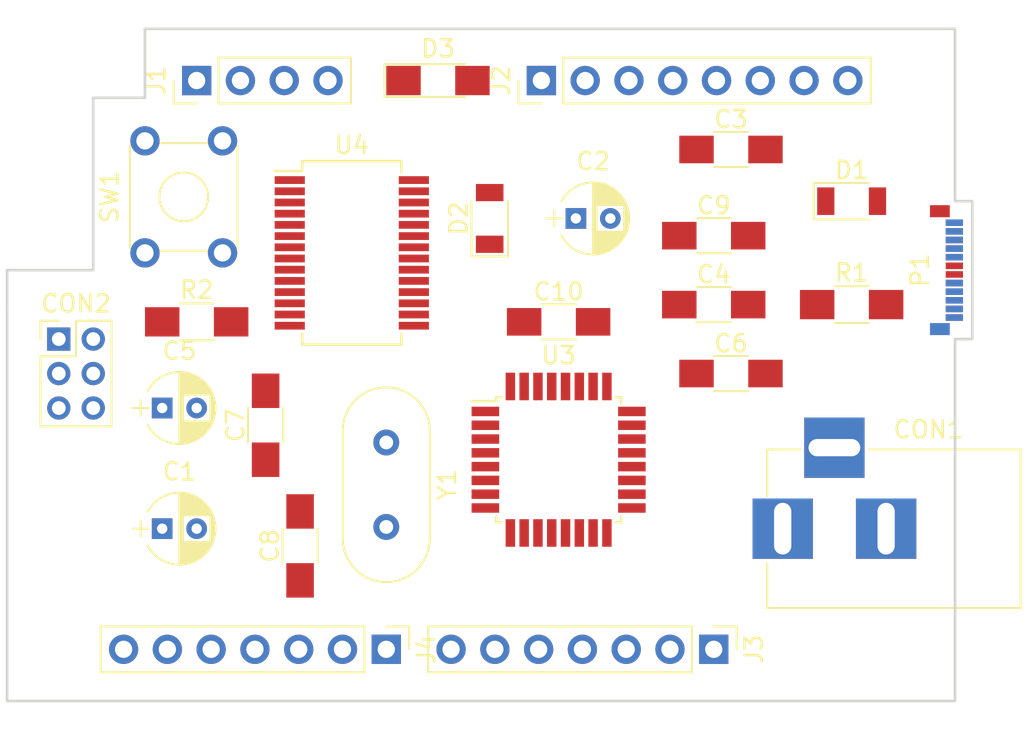
<source format=kicad_pcb>
(kicad_pcb (version 4) (host pcbnew 4.0.7)

  (general
    (links 109)
    (no_connects 109)
    (area 183.924999 104.924999 240.075001 144.075001)
    (thickness 1.6)
    (drawings 14)
    (tracks 0)
    (zones 0)
    (modules 26)
    (nets 45)
  )

  (page A4)
  (layers
    (0 F.Cu signal)
    (31 B.Cu signal)
    (32 B.Adhes user)
    (33 F.Adhes user)
    (34 B.Paste user)
    (35 F.Paste user)
    (36 B.SilkS user)
    (37 F.SilkS user)
    (38 B.Mask user)
    (39 F.Mask user)
    (40 Dwgs.User user)
    (41 Cmts.User user)
    (42 Eco1.User user)
    (43 Eco2.User user)
    (44 Edge.Cuts user)
    (45 Margin user)
    (46 B.CrtYd user)
    (47 F.CrtYd user)
    (48 B.Fab user)
    (49 F.Fab user)
  )

  (setup
    (last_trace_width 0.25)
    (trace_clearance 0.2)
    (zone_clearance 0.508)
    (zone_45_only no)
    (trace_min 0.2)
    (segment_width 0.2)
    (edge_width 0.15)
    (via_size 0.6)
    (via_drill 0.4)
    (via_min_size 0.4)
    (via_min_drill 0.3)
    (uvia_size 0.3)
    (uvia_drill 0.1)
    (uvias_allowed no)
    (uvia_min_size 0.2)
    (uvia_min_drill 0.1)
    (pcb_text_width 0.3)
    (pcb_text_size 1.5 1.5)
    (mod_edge_width 0.15)
    (mod_text_size 1 1)
    (mod_text_width 0.15)
    (pad_size 1.524 1.524)
    (pad_drill 0.762)
    (pad_to_mask_clearance 0.2)
    (aux_axis_origin 0 0)
    (visible_elements FFFFF77F)
    (pcbplotparams
      (layerselection 0x00030_80000001)
      (usegerberextensions false)
      (excludeedgelayer true)
      (linewidth 0.100000)
      (plotframeref false)
      (viasonmask false)
      (mode 1)
      (useauxorigin false)
      (hpglpennumber 1)
      (hpglpenspeed 20)
      (hpglpendiameter 15)
      (hpglpenoverlay 2)
      (psnegative false)
      (psa4output false)
      (plotreference true)
      (plotvalue true)
      (plotinvisibletext false)
      (padsonsilk false)
      (subtractmaskfromsilk false)
      (outputformat 1)
      (mirror false)
      (drillshape 1)
      (scaleselection 1)
      (outputdirectory ""))
  )

  (net 0 "")
  (net 1 VIN)
  (net 2 GND)
  (net 3 +5V)
  (net 4 +3V3)
  (net 5 /DCR)
  (net 6 /DCD)
  (net 7 /RTS)
  (net 8 /RESET)
  (net 9 "Net-(CON1-Pad1)")
  (net 10 /MISO)
  (net 11 /SCK)
  (net 12 /MOSI)
  (net 13 /RST)
  (net 14 "Net-(D3-Pad2)")
  (net 15 /A0)
  (net 16 /A1)
  (net 17 /A2)
  (net 18 /A3)
  (net 19 /A4)
  (net 20 /A5)
  (net 21 /A6)
  (net 22 /A7)
  (net 23 /0)
  (net 24 /1)
  (net 25 /2)
  (net 26 /3)
  (net 27 /4)
  (net 28 /5)
  (net 29 /6)
  (net 30 /7)
  (net 31 /8)
  (net 32 /9)
  (net 33 /10)
  (net 34 /11)
  (net 35 /12)
  (net 36 /13)
  (net 37 "Net-(P1-PadA10)")
  (net 38 "Net-(P1-PadA5)")
  (net 39 /D+)
  (net 40 /D-)
  (net 41 /11/MOSI)
  (net 42 /12/MISO)
  (net 43 /13/SCK)
  (net 44 "Net-(U4-Pad12)")

  (net_class Default "This is the default net class."
    (clearance 0.2)
    (trace_width 0.25)
    (via_dia 0.6)
    (via_drill 0.4)
    (uvia_dia 0.3)
    (uvia_drill 0.1)
    (add_net +3V3)
    (add_net +5V)
    (add_net /0)
    (add_net /1)
    (add_net /10)
    (add_net /11)
    (add_net /11/MOSI)
    (add_net /12)
    (add_net /12/MISO)
    (add_net /13)
    (add_net /13/SCK)
    (add_net /2)
    (add_net /3)
    (add_net /4)
    (add_net /5)
    (add_net /6)
    (add_net /7)
    (add_net /8)
    (add_net /9)
    (add_net /A0)
    (add_net /A1)
    (add_net /A2)
    (add_net /A3)
    (add_net /A4)
    (add_net /A5)
    (add_net /A6)
    (add_net /A7)
    (add_net /D+)
    (add_net /D-)
    (add_net /DCD)
    (add_net /DCR)
    (add_net /MISO)
    (add_net /MOSI)
    (add_net /RESET)
    (add_net /RST)
    (add_net /RTS)
    (add_net /SCK)
    (add_net GND)
    (add_net "Net-(CON1-Pad1)")
    (add_net "Net-(D3-Pad2)")
    (add_net "Net-(P1-PadA10)")
    (add_net "Net-(P1-PadA5)")
    (add_net "Net-(U4-Pad12)")
    (add_net VIN)
  )

  (module Capacitors_THT:CP_Radial_D4.0mm_P2.00mm (layer F.Cu) (tedit 597BC7C2) (tstamp 5B253E33)
    (at 193 134)
    (descr "CP, Radial series, Radial, pin pitch=2.00mm, , diameter=4mm, Electrolytic Capacitor")
    (tags "CP Radial series Radial pin pitch 2.00mm  diameter 4mm Electrolytic Capacitor")
    (path /5B1263CA)
    (fp_text reference C1 (at 1 -3.31) (layer F.SilkS)
      (effects (font (size 1 1) (thickness 0.15)))
    )
    (fp_text value "100u 16V" (at 1 3.31) (layer F.Fab)
      (effects (font (size 1 1) (thickness 0.15)))
    )
    (fp_arc (start 1 0) (end -0.845996 -0.98) (angle 124.1) (layer F.SilkS) (width 0.12))
    (fp_arc (start 1 0) (end -0.845996 0.98) (angle -124.1) (layer F.SilkS) (width 0.12))
    (fp_arc (start 1 0) (end 2.845996 -0.98) (angle 55.9) (layer F.SilkS) (width 0.12))
    (fp_circle (center 1 0) (end 3 0) (layer F.Fab) (width 0.1))
    (fp_line (start -1.7 0) (end -0.8 0) (layer F.Fab) (width 0.1))
    (fp_line (start -1.25 -0.45) (end -1.25 0.45) (layer F.Fab) (width 0.1))
    (fp_line (start 1 -2.05) (end 1 2.05) (layer F.SilkS) (width 0.12))
    (fp_line (start 1.04 -2.05) (end 1.04 2.05) (layer F.SilkS) (width 0.12))
    (fp_line (start 1.08 -2.049) (end 1.08 2.049) (layer F.SilkS) (width 0.12))
    (fp_line (start 1.12 -2.047) (end 1.12 2.047) (layer F.SilkS) (width 0.12))
    (fp_line (start 1.16 -2.044) (end 1.16 2.044) (layer F.SilkS) (width 0.12))
    (fp_line (start 1.2 -2.041) (end 1.2 2.041) (layer F.SilkS) (width 0.12))
    (fp_line (start 1.24 -2.037) (end 1.24 -0.78) (layer F.SilkS) (width 0.12))
    (fp_line (start 1.24 0.78) (end 1.24 2.037) (layer F.SilkS) (width 0.12))
    (fp_line (start 1.28 -2.032) (end 1.28 -0.78) (layer F.SilkS) (width 0.12))
    (fp_line (start 1.28 0.78) (end 1.28 2.032) (layer F.SilkS) (width 0.12))
    (fp_line (start 1.32 -2.026) (end 1.32 -0.78) (layer F.SilkS) (width 0.12))
    (fp_line (start 1.32 0.78) (end 1.32 2.026) (layer F.SilkS) (width 0.12))
    (fp_line (start 1.36 -2.019) (end 1.36 -0.78) (layer F.SilkS) (width 0.12))
    (fp_line (start 1.36 0.78) (end 1.36 2.019) (layer F.SilkS) (width 0.12))
    (fp_line (start 1.4 -2.012) (end 1.4 -0.78) (layer F.SilkS) (width 0.12))
    (fp_line (start 1.4 0.78) (end 1.4 2.012) (layer F.SilkS) (width 0.12))
    (fp_line (start 1.44 -2.004) (end 1.44 -0.78) (layer F.SilkS) (width 0.12))
    (fp_line (start 1.44 0.78) (end 1.44 2.004) (layer F.SilkS) (width 0.12))
    (fp_line (start 1.48 -1.995) (end 1.48 -0.78) (layer F.SilkS) (width 0.12))
    (fp_line (start 1.48 0.78) (end 1.48 1.995) (layer F.SilkS) (width 0.12))
    (fp_line (start 1.52 -1.985) (end 1.52 -0.78) (layer F.SilkS) (width 0.12))
    (fp_line (start 1.52 0.78) (end 1.52 1.985) (layer F.SilkS) (width 0.12))
    (fp_line (start 1.56 -1.974) (end 1.56 -0.78) (layer F.SilkS) (width 0.12))
    (fp_line (start 1.56 0.78) (end 1.56 1.974) (layer F.SilkS) (width 0.12))
    (fp_line (start 1.6 -1.963) (end 1.6 -0.78) (layer F.SilkS) (width 0.12))
    (fp_line (start 1.6 0.78) (end 1.6 1.963) (layer F.SilkS) (width 0.12))
    (fp_line (start 1.64 -1.95) (end 1.64 -0.78) (layer F.SilkS) (width 0.12))
    (fp_line (start 1.64 0.78) (end 1.64 1.95) (layer F.SilkS) (width 0.12))
    (fp_line (start 1.68 -1.937) (end 1.68 -0.78) (layer F.SilkS) (width 0.12))
    (fp_line (start 1.68 0.78) (end 1.68 1.937) (layer F.SilkS) (width 0.12))
    (fp_line (start 1.721 -1.923) (end 1.721 -0.78) (layer F.SilkS) (width 0.12))
    (fp_line (start 1.721 0.78) (end 1.721 1.923) (layer F.SilkS) (width 0.12))
    (fp_line (start 1.761 -1.907) (end 1.761 -0.78) (layer F.SilkS) (width 0.12))
    (fp_line (start 1.761 0.78) (end 1.761 1.907) (layer F.SilkS) (width 0.12))
    (fp_line (start 1.801 -1.891) (end 1.801 -0.78) (layer F.SilkS) (width 0.12))
    (fp_line (start 1.801 0.78) (end 1.801 1.891) (layer F.SilkS) (width 0.12))
    (fp_line (start 1.841 -1.874) (end 1.841 -0.78) (layer F.SilkS) (width 0.12))
    (fp_line (start 1.841 0.78) (end 1.841 1.874) (layer F.SilkS) (width 0.12))
    (fp_line (start 1.881 -1.856) (end 1.881 -0.78) (layer F.SilkS) (width 0.12))
    (fp_line (start 1.881 0.78) (end 1.881 1.856) (layer F.SilkS) (width 0.12))
    (fp_line (start 1.921 -1.837) (end 1.921 -0.78) (layer F.SilkS) (width 0.12))
    (fp_line (start 1.921 0.78) (end 1.921 1.837) (layer F.SilkS) (width 0.12))
    (fp_line (start 1.961 -1.817) (end 1.961 -0.78) (layer F.SilkS) (width 0.12))
    (fp_line (start 1.961 0.78) (end 1.961 1.817) (layer F.SilkS) (width 0.12))
    (fp_line (start 2.001 -1.796) (end 2.001 -0.78) (layer F.SilkS) (width 0.12))
    (fp_line (start 2.001 0.78) (end 2.001 1.796) (layer F.SilkS) (width 0.12))
    (fp_line (start 2.041 -1.773) (end 2.041 -0.78) (layer F.SilkS) (width 0.12))
    (fp_line (start 2.041 0.78) (end 2.041 1.773) (layer F.SilkS) (width 0.12))
    (fp_line (start 2.081 -1.75) (end 2.081 -0.78) (layer F.SilkS) (width 0.12))
    (fp_line (start 2.081 0.78) (end 2.081 1.75) (layer F.SilkS) (width 0.12))
    (fp_line (start 2.121 -1.725) (end 2.121 -0.78) (layer F.SilkS) (width 0.12))
    (fp_line (start 2.121 0.78) (end 2.121 1.725) (layer F.SilkS) (width 0.12))
    (fp_line (start 2.161 -1.699) (end 2.161 -0.78) (layer F.SilkS) (width 0.12))
    (fp_line (start 2.161 0.78) (end 2.161 1.699) (layer F.SilkS) (width 0.12))
    (fp_line (start 2.201 -1.672) (end 2.201 -0.78) (layer F.SilkS) (width 0.12))
    (fp_line (start 2.201 0.78) (end 2.201 1.672) (layer F.SilkS) (width 0.12))
    (fp_line (start 2.241 -1.643) (end 2.241 -0.78) (layer F.SilkS) (width 0.12))
    (fp_line (start 2.241 0.78) (end 2.241 1.643) (layer F.SilkS) (width 0.12))
    (fp_line (start 2.281 -1.613) (end 2.281 -0.78) (layer F.SilkS) (width 0.12))
    (fp_line (start 2.281 0.78) (end 2.281 1.613) (layer F.SilkS) (width 0.12))
    (fp_line (start 2.321 -1.581) (end 2.321 -0.78) (layer F.SilkS) (width 0.12))
    (fp_line (start 2.321 0.78) (end 2.321 1.581) (layer F.SilkS) (width 0.12))
    (fp_line (start 2.361 -1.547) (end 2.361 -0.78) (layer F.SilkS) (width 0.12))
    (fp_line (start 2.361 0.78) (end 2.361 1.547) (layer F.SilkS) (width 0.12))
    (fp_line (start 2.401 -1.512) (end 2.401 -0.78) (layer F.SilkS) (width 0.12))
    (fp_line (start 2.401 0.78) (end 2.401 1.512) (layer F.SilkS) (width 0.12))
    (fp_line (start 2.441 -1.475) (end 2.441 -0.78) (layer F.SilkS) (width 0.12))
    (fp_line (start 2.441 0.78) (end 2.441 1.475) (layer F.SilkS) (width 0.12))
    (fp_line (start 2.481 -1.436) (end 2.481 -0.78) (layer F.SilkS) (width 0.12))
    (fp_line (start 2.481 0.78) (end 2.481 1.436) (layer F.SilkS) (width 0.12))
    (fp_line (start 2.521 -1.395) (end 2.521 -0.78) (layer F.SilkS) (width 0.12))
    (fp_line (start 2.521 0.78) (end 2.521 1.395) (layer F.SilkS) (width 0.12))
    (fp_line (start 2.561 -1.351) (end 2.561 -0.78) (layer F.SilkS) (width 0.12))
    (fp_line (start 2.561 0.78) (end 2.561 1.351) (layer F.SilkS) (width 0.12))
    (fp_line (start 2.601 -1.305) (end 2.601 -0.78) (layer F.SilkS) (width 0.12))
    (fp_line (start 2.601 0.78) (end 2.601 1.305) (layer F.SilkS) (width 0.12))
    (fp_line (start 2.641 -1.256) (end 2.641 -0.78) (layer F.SilkS) (width 0.12))
    (fp_line (start 2.641 0.78) (end 2.641 1.256) (layer F.SilkS) (width 0.12))
    (fp_line (start 2.681 -1.204) (end 2.681 -0.78) (layer F.SilkS) (width 0.12))
    (fp_line (start 2.681 0.78) (end 2.681 1.204) (layer F.SilkS) (width 0.12))
    (fp_line (start 2.721 -1.148) (end 2.721 -0.78) (layer F.SilkS) (width 0.12))
    (fp_line (start 2.721 0.78) (end 2.721 1.148) (layer F.SilkS) (width 0.12))
    (fp_line (start 2.761 -1.088) (end 2.761 -0.78) (layer F.SilkS) (width 0.12))
    (fp_line (start 2.761 0.78) (end 2.761 1.088) (layer F.SilkS) (width 0.12))
    (fp_line (start 2.801 -1.023) (end 2.801 1.023) (layer F.SilkS) (width 0.12))
    (fp_line (start 2.841 -0.952) (end 2.841 0.952) (layer F.SilkS) (width 0.12))
    (fp_line (start 2.881 -0.874) (end 2.881 0.874) (layer F.SilkS) (width 0.12))
    (fp_line (start 2.921 -0.786) (end 2.921 0.786) (layer F.SilkS) (width 0.12))
    (fp_line (start 2.961 -0.686) (end 2.961 0.686) (layer F.SilkS) (width 0.12))
    (fp_line (start 3.001 -0.567) (end 3.001 0.567) (layer F.SilkS) (width 0.12))
    (fp_line (start 3.041 -0.415) (end 3.041 0.415) (layer F.SilkS) (width 0.12))
    (fp_line (start 3.081 -0.165) (end 3.081 0.165) (layer F.SilkS) (width 0.12))
    (fp_line (start -1.7 0) (end -0.8 0) (layer F.SilkS) (width 0.12))
    (fp_line (start -1.25 -0.45) (end -1.25 0.45) (layer F.SilkS) (width 0.12))
    (fp_line (start -1.35 -2.35) (end -1.35 2.35) (layer F.CrtYd) (width 0.05))
    (fp_line (start -1.35 2.35) (end 3.35 2.35) (layer F.CrtYd) (width 0.05))
    (fp_line (start 3.35 2.35) (end 3.35 -2.35) (layer F.CrtYd) (width 0.05))
    (fp_line (start 3.35 -2.35) (end -1.35 -2.35) (layer F.CrtYd) (width 0.05))
    (fp_text user %R (at 1 0) (layer F.Fab)
      (effects (font (size 1 1) (thickness 0.15)))
    )
    (pad 1 thru_hole rect (at 0 0) (size 1.2 1.2) (drill 0.6) (layers *.Cu *.Mask)
      (net 1 VIN))
    (pad 2 thru_hole circle (at 2 0) (size 1.2 1.2) (drill 0.6) (layers *.Cu *.Mask)
      (net 2 GND))
    (model ${KISYS3DMOD}/Capacitors_THT.3dshapes/CP_Radial_D4.0mm_P2.00mm.wrl
      (at (xyz 0 0 0))
      (scale (xyz 1 1 1))
      (rotate (xyz 0 0 0))
    )
  )

  (module Capacitors_THT:CP_Radial_D4.0mm_P2.00mm (layer F.Cu) (tedit 597BC7C2) (tstamp 5B253E39)
    (at 217 116)
    (descr "CP, Radial series, Radial, pin pitch=2.00mm, , diameter=4mm, Electrolytic Capacitor")
    (tags "CP Radial series Radial pin pitch 2.00mm  diameter 4mm Electrolytic Capacitor")
    (path /5B126550)
    (fp_text reference C2 (at 1 -3.31) (layer F.SilkS)
      (effects (font (size 1 1) (thickness 0.15)))
    )
    (fp_text value "10u 6V TANT" (at 1 3.31) (layer F.Fab)
      (effects (font (size 1 1) (thickness 0.15)))
    )
    (fp_arc (start 1 0) (end -0.845996 -0.98) (angle 124.1) (layer F.SilkS) (width 0.12))
    (fp_arc (start 1 0) (end -0.845996 0.98) (angle -124.1) (layer F.SilkS) (width 0.12))
    (fp_arc (start 1 0) (end 2.845996 -0.98) (angle 55.9) (layer F.SilkS) (width 0.12))
    (fp_circle (center 1 0) (end 3 0) (layer F.Fab) (width 0.1))
    (fp_line (start -1.7 0) (end -0.8 0) (layer F.Fab) (width 0.1))
    (fp_line (start -1.25 -0.45) (end -1.25 0.45) (layer F.Fab) (width 0.1))
    (fp_line (start 1 -2.05) (end 1 2.05) (layer F.SilkS) (width 0.12))
    (fp_line (start 1.04 -2.05) (end 1.04 2.05) (layer F.SilkS) (width 0.12))
    (fp_line (start 1.08 -2.049) (end 1.08 2.049) (layer F.SilkS) (width 0.12))
    (fp_line (start 1.12 -2.047) (end 1.12 2.047) (layer F.SilkS) (width 0.12))
    (fp_line (start 1.16 -2.044) (end 1.16 2.044) (layer F.SilkS) (width 0.12))
    (fp_line (start 1.2 -2.041) (end 1.2 2.041) (layer F.SilkS) (width 0.12))
    (fp_line (start 1.24 -2.037) (end 1.24 -0.78) (layer F.SilkS) (width 0.12))
    (fp_line (start 1.24 0.78) (end 1.24 2.037) (layer F.SilkS) (width 0.12))
    (fp_line (start 1.28 -2.032) (end 1.28 -0.78) (layer F.SilkS) (width 0.12))
    (fp_line (start 1.28 0.78) (end 1.28 2.032) (layer F.SilkS) (width 0.12))
    (fp_line (start 1.32 -2.026) (end 1.32 -0.78) (layer F.SilkS) (width 0.12))
    (fp_line (start 1.32 0.78) (end 1.32 2.026) (layer F.SilkS) (width 0.12))
    (fp_line (start 1.36 -2.019) (end 1.36 -0.78) (layer F.SilkS) (width 0.12))
    (fp_line (start 1.36 0.78) (end 1.36 2.019) (layer F.SilkS) (width 0.12))
    (fp_line (start 1.4 -2.012) (end 1.4 -0.78) (layer F.SilkS) (width 0.12))
    (fp_line (start 1.4 0.78) (end 1.4 2.012) (layer F.SilkS) (width 0.12))
    (fp_line (start 1.44 -2.004) (end 1.44 -0.78) (layer F.SilkS) (width 0.12))
    (fp_line (start 1.44 0.78) (end 1.44 2.004) (layer F.SilkS) (width 0.12))
    (fp_line (start 1.48 -1.995) (end 1.48 -0.78) (layer F.SilkS) (width 0.12))
    (fp_line (start 1.48 0.78) (end 1.48 1.995) (layer F.SilkS) (width 0.12))
    (fp_line (start 1.52 -1.985) (end 1.52 -0.78) (layer F.SilkS) (width 0.12))
    (fp_line (start 1.52 0.78) (end 1.52 1.985) (layer F.SilkS) (width 0.12))
    (fp_line (start 1.56 -1.974) (end 1.56 -0.78) (layer F.SilkS) (width 0.12))
    (fp_line (start 1.56 0.78) (end 1.56 1.974) (layer F.SilkS) (width 0.12))
    (fp_line (start 1.6 -1.963) (end 1.6 -0.78) (layer F.SilkS) (width 0.12))
    (fp_line (start 1.6 0.78) (end 1.6 1.963) (layer F.SilkS) (width 0.12))
    (fp_line (start 1.64 -1.95) (end 1.64 -0.78) (layer F.SilkS) (width 0.12))
    (fp_line (start 1.64 0.78) (end 1.64 1.95) (layer F.SilkS) (width 0.12))
    (fp_line (start 1.68 -1.937) (end 1.68 -0.78) (layer F.SilkS) (width 0.12))
    (fp_line (start 1.68 0.78) (end 1.68 1.937) (layer F.SilkS) (width 0.12))
    (fp_line (start 1.721 -1.923) (end 1.721 -0.78) (layer F.SilkS) (width 0.12))
    (fp_line (start 1.721 0.78) (end 1.721 1.923) (layer F.SilkS) (width 0.12))
    (fp_line (start 1.761 -1.907) (end 1.761 -0.78) (layer F.SilkS) (width 0.12))
    (fp_line (start 1.761 0.78) (end 1.761 1.907) (layer F.SilkS) (width 0.12))
    (fp_line (start 1.801 -1.891) (end 1.801 -0.78) (layer F.SilkS) (width 0.12))
    (fp_line (start 1.801 0.78) (end 1.801 1.891) (layer F.SilkS) (width 0.12))
    (fp_line (start 1.841 -1.874) (end 1.841 -0.78) (layer F.SilkS) (width 0.12))
    (fp_line (start 1.841 0.78) (end 1.841 1.874) (layer F.SilkS) (width 0.12))
    (fp_line (start 1.881 -1.856) (end 1.881 -0.78) (layer F.SilkS) (width 0.12))
    (fp_line (start 1.881 0.78) (end 1.881 1.856) (layer F.SilkS) (width 0.12))
    (fp_line (start 1.921 -1.837) (end 1.921 -0.78) (layer F.SilkS) (width 0.12))
    (fp_line (start 1.921 0.78) (end 1.921 1.837) (layer F.SilkS) (width 0.12))
    (fp_line (start 1.961 -1.817) (end 1.961 -0.78) (layer F.SilkS) (width 0.12))
    (fp_line (start 1.961 0.78) (end 1.961 1.817) (layer F.SilkS) (width 0.12))
    (fp_line (start 2.001 -1.796) (end 2.001 -0.78) (layer F.SilkS) (width 0.12))
    (fp_line (start 2.001 0.78) (end 2.001 1.796) (layer F.SilkS) (width 0.12))
    (fp_line (start 2.041 -1.773) (end 2.041 -0.78) (layer F.SilkS) (width 0.12))
    (fp_line (start 2.041 0.78) (end 2.041 1.773) (layer F.SilkS) (width 0.12))
    (fp_line (start 2.081 -1.75) (end 2.081 -0.78) (layer F.SilkS) (width 0.12))
    (fp_line (start 2.081 0.78) (end 2.081 1.75) (layer F.SilkS) (width 0.12))
    (fp_line (start 2.121 -1.725) (end 2.121 -0.78) (layer F.SilkS) (width 0.12))
    (fp_line (start 2.121 0.78) (end 2.121 1.725) (layer F.SilkS) (width 0.12))
    (fp_line (start 2.161 -1.699) (end 2.161 -0.78) (layer F.SilkS) (width 0.12))
    (fp_line (start 2.161 0.78) (end 2.161 1.699) (layer F.SilkS) (width 0.12))
    (fp_line (start 2.201 -1.672) (end 2.201 -0.78) (layer F.SilkS) (width 0.12))
    (fp_line (start 2.201 0.78) (end 2.201 1.672) (layer F.SilkS) (width 0.12))
    (fp_line (start 2.241 -1.643) (end 2.241 -0.78) (layer F.SilkS) (width 0.12))
    (fp_line (start 2.241 0.78) (end 2.241 1.643) (layer F.SilkS) (width 0.12))
    (fp_line (start 2.281 -1.613) (end 2.281 -0.78) (layer F.SilkS) (width 0.12))
    (fp_line (start 2.281 0.78) (end 2.281 1.613) (layer F.SilkS) (width 0.12))
    (fp_line (start 2.321 -1.581) (end 2.321 -0.78) (layer F.SilkS) (width 0.12))
    (fp_line (start 2.321 0.78) (end 2.321 1.581) (layer F.SilkS) (width 0.12))
    (fp_line (start 2.361 -1.547) (end 2.361 -0.78) (layer F.SilkS) (width 0.12))
    (fp_line (start 2.361 0.78) (end 2.361 1.547) (layer F.SilkS) (width 0.12))
    (fp_line (start 2.401 -1.512) (end 2.401 -0.78) (layer F.SilkS) (width 0.12))
    (fp_line (start 2.401 0.78) (end 2.401 1.512) (layer F.SilkS) (width 0.12))
    (fp_line (start 2.441 -1.475) (end 2.441 -0.78) (layer F.SilkS) (width 0.12))
    (fp_line (start 2.441 0.78) (end 2.441 1.475) (layer F.SilkS) (width 0.12))
    (fp_line (start 2.481 -1.436) (end 2.481 -0.78) (layer F.SilkS) (width 0.12))
    (fp_line (start 2.481 0.78) (end 2.481 1.436) (layer F.SilkS) (width 0.12))
    (fp_line (start 2.521 -1.395) (end 2.521 -0.78) (layer F.SilkS) (width 0.12))
    (fp_line (start 2.521 0.78) (end 2.521 1.395) (layer F.SilkS) (width 0.12))
    (fp_line (start 2.561 -1.351) (end 2.561 -0.78) (layer F.SilkS) (width 0.12))
    (fp_line (start 2.561 0.78) (end 2.561 1.351) (layer F.SilkS) (width 0.12))
    (fp_line (start 2.601 -1.305) (end 2.601 -0.78) (layer F.SilkS) (width 0.12))
    (fp_line (start 2.601 0.78) (end 2.601 1.305) (layer F.SilkS) (width 0.12))
    (fp_line (start 2.641 -1.256) (end 2.641 -0.78) (layer F.SilkS) (width 0.12))
    (fp_line (start 2.641 0.78) (end 2.641 1.256) (layer F.SilkS) (width 0.12))
    (fp_line (start 2.681 -1.204) (end 2.681 -0.78) (layer F.SilkS) (width 0.12))
    (fp_line (start 2.681 0.78) (end 2.681 1.204) (layer F.SilkS) (width 0.12))
    (fp_line (start 2.721 -1.148) (end 2.721 -0.78) (layer F.SilkS) (width 0.12))
    (fp_line (start 2.721 0.78) (end 2.721 1.148) (layer F.SilkS) (width 0.12))
    (fp_line (start 2.761 -1.088) (end 2.761 -0.78) (layer F.SilkS) (width 0.12))
    (fp_line (start 2.761 0.78) (end 2.761 1.088) (layer F.SilkS) (width 0.12))
    (fp_line (start 2.801 -1.023) (end 2.801 1.023) (layer F.SilkS) (width 0.12))
    (fp_line (start 2.841 -0.952) (end 2.841 0.952) (layer F.SilkS) (width 0.12))
    (fp_line (start 2.881 -0.874) (end 2.881 0.874) (layer F.SilkS) (width 0.12))
    (fp_line (start 2.921 -0.786) (end 2.921 0.786) (layer F.SilkS) (width 0.12))
    (fp_line (start 2.961 -0.686) (end 2.961 0.686) (layer F.SilkS) (width 0.12))
    (fp_line (start 3.001 -0.567) (end 3.001 0.567) (layer F.SilkS) (width 0.12))
    (fp_line (start 3.041 -0.415) (end 3.041 0.415) (layer F.SilkS) (width 0.12))
    (fp_line (start 3.081 -0.165) (end 3.081 0.165) (layer F.SilkS) (width 0.12))
    (fp_line (start -1.7 0) (end -0.8 0) (layer F.SilkS) (width 0.12))
    (fp_line (start -1.25 -0.45) (end -1.25 0.45) (layer F.SilkS) (width 0.12))
    (fp_line (start -1.35 -2.35) (end -1.35 2.35) (layer F.CrtYd) (width 0.05))
    (fp_line (start -1.35 2.35) (end 3.35 2.35) (layer F.CrtYd) (width 0.05))
    (fp_line (start 3.35 2.35) (end 3.35 -2.35) (layer F.CrtYd) (width 0.05))
    (fp_line (start 3.35 -2.35) (end -1.35 -2.35) (layer F.CrtYd) (width 0.05))
    (fp_text user %R (at 1 0) (layer F.Fab)
      (effects (font (size 1 1) (thickness 0.15)))
    )
    (pad 1 thru_hole rect (at 0 0) (size 1.2 1.2) (drill 0.6) (layers *.Cu *.Mask)
      (net 3 +5V))
    (pad 2 thru_hole circle (at 2 0) (size 1.2 1.2) (drill 0.6) (layers *.Cu *.Mask)
      (net 2 GND))
    (model ${KISYS3DMOD}/Capacitors_THT.3dshapes/CP_Radial_D4.0mm_P2.00mm.wrl
      (at (xyz 0 0 0))
      (scale (xyz 1 1 1))
      (rotate (xyz 0 0 0))
    )
  )

  (module Capacitors_SMD:C_1206_HandSoldering (layer F.Cu) (tedit 58AA84D1) (tstamp 5B253E3F)
    (at 226 112)
    (descr "Capacitor SMD 1206, hand soldering")
    (tags "capacitor 1206")
    (path /5B1278EF)
    (attr smd)
    (fp_text reference C3 (at 0 -1.75) (layer F.SilkS)
      (effects (font (size 1 1) (thickness 0.15)))
    )
    (fp_text value 100n (at 0 2) (layer F.Fab)
      (effects (font (size 1 1) (thickness 0.15)))
    )
    (fp_text user %R (at 0 -1.75) (layer F.Fab)
      (effects (font (size 1 1) (thickness 0.15)))
    )
    (fp_line (start -1.6 0.8) (end -1.6 -0.8) (layer F.Fab) (width 0.1))
    (fp_line (start 1.6 0.8) (end -1.6 0.8) (layer F.Fab) (width 0.1))
    (fp_line (start 1.6 -0.8) (end 1.6 0.8) (layer F.Fab) (width 0.1))
    (fp_line (start -1.6 -0.8) (end 1.6 -0.8) (layer F.Fab) (width 0.1))
    (fp_line (start 1 -1.02) (end -1 -1.02) (layer F.SilkS) (width 0.12))
    (fp_line (start -1 1.02) (end 1 1.02) (layer F.SilkS) (width 0.12))
    (fp_line (start -3.25 -1.05) (end 3.25 -1.05) (layer F.CrtYd) (width 0.05))
    (fp_line (start -3.25 -1.05) (end -3.25 1.05) (layer F.CrtYd) (width 0.05))
    (fp_line (start 3.25 1.05) (end 3.25 -1.05) (layer F.CrtYd) (width 0.05))
    (fp_line (start 3.25 1.05) (end -3.25 1.05) (layer F.CrtYd) (width 0.05))
    (pad 1 smd rect (at -2 0) (size 2 1.6) (layers F.Cu F.Paste F.Mask)
      (net 3 +5V))
    (pad 2 smd rect (at 2 0) (size 2 1.6) (layers F.Cu F.Paste F.Mask)
      (net 2 GND))
    (model Capacitors_SMD.3dshapes/C_1206.wrl
      (at (xyz 0 0 0))
      (scale (xyz 1 1 1))
      (rotate (xyz 0 0 0))
    )
  )

  (module Capacitors_SMD:C_1206_HandSoldering (layer F.Cu) (tedit 58AA84D1) (tstamp 5B253E45)
    (at 225 121)
    (descr "Capacitor SMD 1206, hand soldering")
    (tags "capacitor 1206")
    (path /5B12792A)
    (attr smd)
    (fp_text reference C4 (at 0 -1.75) (layer F.SilkS)
      (effects (font (size 1 1) (thickness 0.15)))
    )
    (fp_text value 100n (at 0 2) (layer F.Fab)
      (effects (font (size 1 1) (thickness 0.15)))
    )
    (fp_text user %R (at 0 -1.75) (layer F.Fab)
      (effects (font (size 1 1) (thickness 0.15)))
    )
    (fp_line (start -1.6 0.8) (end -1.6 -0.8) (layer F.Fab) (width 0.1))
    (fp_line (start 1.6 0.8) (end -1.6 0.8) (layer F.Fab) (width 0.1))
    (fp_line (start 1.6 -0.8) (end 1.6 0.8) (layer F.Fab) (width 0.1))
    (fp_line (start -1.6 -0.8) (end 1.6 -0.8) (layer F.Fab) (width 0.1))
    (fp_line (start 1 -1.02) (end -1 -1.02) (layer F.SilkS) (width 0.12))
    (fp_line (start -1 1.02) (end 1 1.02) (layer F.SilkS) (width 0.12))
    (fp_line (start -3.25 -1.05) (end 3.25 -1.05) (layer F.CrtYd) (width 0.05))
    (fp_line (start -3.25 -1.05) (end -3.25 1.05) (layer F.CrtYd) (width 0.05))
    (fp_line (start 3.25 1.05) (end 3.25 -1.05) (layer F.CrtYd) (width 0.05))
    (fp_line (start 3.25 1.05) (end -3.25 1.05) (layer F.CrtYd) (width 0.05))
    (pad 1 smd rect (at -2 0) (size 2 1.6) (layers F.Cu F.Paste F.Mask)
      (net 3 +5V))
    (pad 2 smd rect (at 2 0) (size 2 1.6) (layers F.Cu F.Paste F.Mask)
      (net 2 GND))
    (model Capacitors_SMD.3dshapes/C_1206.wrl
      (at (xyz 0 0 0))
      (scale (xyz 1 1 1))
      (rotate (xyz 0 0 0))
    )
  )

  (module Capacitors_THT:CP_Radial_D4.0mm_P2.00mm (layer F.Cu) (tedit 597BC7C2) (tstamp 5B253E4B)
    (at 193 127)
    (descr "CP, Radial series, Radial, pin pitch=2.00mm, , diameter=4mm, Electrolytic Capacitor")
    (tags "CP Radial series Radial pin pitch 2.00mm  diameter 4mm Electrolytic Capacitor")
    (path /5B127B7A)
    (fp_text reference C5 (at 1 -3.31) (layer F.SilkS)
      (effects (font (size 1 1) (thickness 0.15)))
    )
    (fp_text value "10u 6V TANT" (at 1 3.31) (layer F.Fab)
      (effects (font (size 1 1) (thickness 0.15)))
    )
    (fp_arc (start 1 0) (end -0.845996 -0.98) (angle 124.1) (layer F.SilkS) (width 0.12))
    (fp_arc (start 1 0) (end -0.845996 0.98) (angle -124.1) (layer F.SilkS) (width 0.12))
    (fp_arc (start 1 0) (end 2.845996 -0.98) (angle 55.9) (layer F.SilkS) (width 0.12))
    (fp_circle (center 1 0) (end 3 0) (layer F.Fab) (width 0.1))
    (fp_line (start -1.7 0) (end -0.8 0) (layer F.Fab) (width 0.1))
    (fp_line (start -1.25 -0.45) (end -1.25 0.45) (layer F.Fab) (width 0.1))
    (fp_line (start 1 -2.05) (end 1 2.05) (layer F.SilkS) (width 0.12))
    (fp_line (start 1.04 -2.05) (end 1.04 2.05) (layer F.SilkS) (width 0.12))
    (fp_line (start 1.08 -2.049) (end 1.08 2.049) (layer F.SilkS) (width 0.12))
    (fp_line (start 1.12 -2.047) (end 1.12 2.047) (layer F.SilkS) (width 0.12))
    (fp_line (start 1.16 -2.044) (end 1.16 2.044) (layer F.SilkS) (width 0.12))
    (fp_line (start 1.2 -2.041) (end 1.2 2.041) (layer F.SilkS) (width 0.12))
    (fp_line (start 1.24 -2.037) (end 1.24 -0.78) (layer F.SilkS) (width 0.12))
    (fp_line (start 1.24 0.78) (end 1.24 2.037) (layer F.SilkS) (width 0.12))
    (fp_line (start 1.28 -2.032) (end 1.28 -0.78) (layer F.SilkS) (width 0.12))
    (fp_line (start 1.28 0.78) (end 1.28 2.032) (layer F.SilkS) (width 0.12))
    (fp_line (start 1.32 -2.026) (end 1.32 -0.78) (layer F.SilkS) (width 0.12))
    (fp_line (start 1.32 0.78) (end 1.32 2.026) (layer F.SilkS) (width 0.12))
    (fp_line (start 1.36 -2.019) (end 1.36 -0.78) (layer F.SilkS) (width 0.12))
    (fp_line (start 1.36 0.78) (end 1.36 2.019) (layer F.SilkS) (width 0.12))
    (fp_line (start 1.4 -2.012) (end 1.4 -0.78) (layer F.SilkS) (width 0.12))
    (fp_line (start 1.4 0.78) (end 1.4 2.012) (layer F.SilkS) (width 0.12))
    (fp_line (start 1.44 -2.004) (end 1.44 -0.78) (layer F.SilkS) (width 0.12))
    (fp_line (start 1.44 0.78) (end 1.44 2.004) (layer F.SilkS) (width 0.12))
    (fp_line (start 1.48 -1.995) (end 1.48 -0.78) (layer F.SilkS) (width 0.12))
    (fp_line (start 1.48 0.78) (end 1.48 1.995) (layer F.SilkS) (width 0.12))
    (fp_line (start 1.52 -1.985) (end 1.52 -0.78) (layer F.SilkS) (width 0.12))
    (fp_line (start 1.52 0.78) (end 1.52 1.985) (layer F.SilkS) (width 0.12))
    (fp_line (start 1.56 -1.974) (end 1.56 -0.78) (layer F.SilkS) (width 0.12))
    (fp_line (start 1.56 0.78) (end 1.56 1.974) (layer F.SilkS) (width 0.12))
    (fp_line (start 1.6 -1.963) (end 1.6 -0.78) (layer F.SilkS) (width 0.12))
    (fp_line (start 1.6 0.78) (end 1.6 1.963) (layer F.SilkS) (width 0.12))
    (fp_line (start 1.64 -1.95) (end 1.64 -0.78) (layer F.SilkS) (width 0.12))
    (fp_line (start 1.64 0.78) (end 1.64 1.95) (layer F.SilkS) (width 0.12))
    (fp_line (start 1.68 -1.937) (end 1.68 -0.78) (layer F.SilkS) (width 0.12))
    (fp_line (start 1.68 0.78) (end 1.68 1.937) (layer F.SilkS) (width 0.12))
    (fp_line (start 1.721 -1.923) (end 1.721 -0.78) (layer F.SilkS) (width 0.12))
    (fp_line (start 1.721 0.78) (end 1.721 1.923) (layer F.SilkS) (width 0.12))
    (fp_line (start 1.761 -1.907) (end 1.761 -0.78) (layer F.SilkS) (width 0.12))
    (fp_line (start 1.761 0.78) (end 1.761 1.907) (layer F.SilkS) (width 0.12))
    (fp_line (start 1.801 -1.891) (end 1.801 -0.78) (layer F.SilkS) (width 0.12))
    (fp_line (start 1.801 0.78) (end 1.801 1.891) (layer F.SilkS) (width 0.12))
    (fp_line (start 1.841 -1.874) (end 1.841 -0.78) (layer F.SilkS) (width 0.12))
    (fp_line (start 1.841 0.78) (end 1.841 1.874) (layer F.SilkS) (width 0.12))
    (fp_line (start 1.881 -1.856) (end 1.881 -0.78) (layer F.SilkS) (width 0.12))
    (fp_line (start 1.881 0.78) (end 1.881 1.856) (layer F.SilkS) (width 0.12))
    (fp_line (start 1.921 -1.837) (end 1.921 -0.78) (layer F.SilkS) (width 0.12))
    (fp_line (start 1.921 0.78) (end 1.921 1.837) (layer F.SilkS) (width 0.12))
    (fp_line (start 1.961 -1.817) (end 1.961 -0.78) (layer F.SilkS) (width 0.12))
    (fp_line (start 1.961 0.78) (end 1.961 1.817) (layer F.SilkS) (width 0.12))
    (fp_line (start 2.001 -1.796) (end 2.001 -0.78) (layer F.SilkS) (width 0.12))
    (fp_line (start 2.001 0.78) (end 2.001 1.796) (layer F.SilkS) (width 0.12))
    (fp_line (start 2.041 -1.773) (end 2.041 -0.78) (layer F.SilkS) (width 0.12))
    (fp_line (start 2.041 0.78) (end 2.041 1.773) (layer F.SilkS) (width 0.12))
    (fp_line (start 2.081 -1.75) (end 2.081 -0.78) (layer F.SilkS) (width 0.12))
    (fp_line (start 2.081 0.78) (end 2.081 1.75) (layer F.SilkS) (width 0.12))
    (fp_line (start 2.121 -1.725) (end 2.121 -0.78) (layer F.SilkS) (width 0.12))
    (fp_line (start 2.121 0.78) (end 2.121 1.725) (layer F.SilkS) (width 0.12))
    (fp_line (start 2.161 -1.699) (end 2.161 -0.78) (layer F.SilkS) (width 0.12))
    (fp_line (start 2.161 0.78) (end 2.161 1.699) (layer F.SilkS) (width 0.12))
    (fp_line (start 2.201 -1.672) (end 2.201 -0.78) (layer F.SilkS) (width 0.12))
    (fp_line (start 2.201 0.78) (end 2.201 1.672) (layer F.SilkS) (width 0.12))
    (fp_line (start 2.241 -1.643) (end 2.241 -0.78) (layer F.SilkS) (width 0.12))
    (fp_line (start 2.241 0.78) (end 2.241 1.643) (layer F.SilkS) (width 0.12))
    (fp_line (start 2.281 -1.613) (end 2.281 -0.78) (layer F.SilkS) (width 0.12))
    (fp_line (start 2.281 0.78) (end 2.281 1.613) (layer F.SilkS) (width 0.12))
    (fp_line (start 2.321 -1.581) (end 2.321 -0.78) (layer F.SilkS) (width 0.12))
    (fp_line (start 2.321 0.78) (end 2.321 1.581) (layer F.SilkS) (width 0.12))
    (fp_line (start 2.361 -1.547) (end 2.361 -0.78) (layer F.SilkS) (width 0.12))
    (fp_line (start 2.361 0.78) (end 2.361 1.547) (layer F.SilkS) (width 0.12))
    (fp_line (start 2.401 -1.512) (end 2.401 -0.78) (layer F.SilkS) (width 0.12))
    (fp_line (start 2.401 0.78) (end 2.401 1.512) (layer F.SilkS) (width 0.12))
    (fp_line (start 2.441 -1.475) (end 2.441 -0.78) (layer F.SilkS) (width 0.12))
    (fp_line (start 2.441 0.78) (end 2.441 1.475) (layer F.SilkS) (width 0.12))
    (fp_line (start 2.481 -1.436) (end 2.481 -0.78) (layer F.SilkS) (width 0.12))
    (fp_line (start 2.481 0.78) (end 2.481 1.436) (layer F.SilkS) (width 0.12))
    (fp_line (start 2.521 -1.395) (end 2.521 -0.78) (layer F.SilkS) (width 0.12))
    (fp_line (start 2.521 0.78) (end 2.521 1.395) (layer F.SilkS) (width 0.12))
    (fp_line (start 2.561 -1.351) (end 2.561 -0.78) (layer F.SilkS) (width 0.12))
    (fp_line (start 2.561 0.78) (end 2.561 1.351) (layer F.SilkS) (width 0.12))
    (fp_line (start 2.601 -1.305) (end 2.601 -0.78) (layer F.SilkS) (width 0.12))
    (fp_line (start 2.601 0.78) (end 2.601 1.305) (layer F.SilkS) (width 0.12))
    (fp_line (start 2.641 -1.256) (end 2.641 -0.78) (layer F.SilkS) (width 0.12))
    (fp_line (start 2.641 0.78) (end 2.641 1.256) (layer F.SilkS) (width 0.12))
    (fp_line (start 2.681 -1.204) (end 2.681 -0.78) (layer F.SilkS) (width 0.12))
    (fp_line (start 2.681 0.78) (end 2.681 1.204) (layer F.SilkS) (width 0.12))
    (fp_line (start 2.721 -1.148) (end 2.721 -0.78) (layer F.SilkS) (width 0.12))
    (fp_line (start 2.721 0.78) (end 2.721 1.148) (layer F.SilkS) (width 0.12))
    (fp_line (start 2.761 -1.088) (end 2.761 -0.78) (layer F.SilkS) (width 0.12))
    (fp_line (start 2.761 0.78) (end 2.761 1.088) (layer F.SilkS) (width 0.12))
    (fp_line (start 2.801 -1.023) (end 2.801 1.023) (layer F.SilkS) (width 0.12))
    (fp_line (start 2.841 -0.952) (end 2.841 0.952) (layer F.SilkS) (width 0.12))
    (fp_line (start 2.881 -0.874) (end 2.881 0.874) (layer F.SilkS) (width 0.12))
    (fp_line (start 2.921 -0.786) (end 2.921 0.786) (layer F.SilkS) (width 0.12))
    (fp_line (start 2.961 -0.686) (end 2.961 0.686) (layer F.SilkS) (width 0.12))
    (fp_line (start 3.001 -0.567) (end 3.001 0.567) (layer F.SilkS) (width 0.12))
    (fp_line (start 3.041 -0.415) (end 3.041 0.415) (layer F.SilkS) (width 0.12))
    (fp_line (start 3.081 -0.165) (end 3.081 0.165) (layer F.SilkS) (width 0.12))
    (fp_line (start -1.7 0) (end -0.8 0) (layer F.SilkS) (width 0.12))
    (fp_line (start -1.25 -0.45) (end -1.25 0.45) (layer F.SilkS) (width 0.12))
    (fp_line (start -1.35 -2.35) (end -1.35 2.35) (layer F.CrtYd) (width 0.05))
    (fp_line (start -1.35 2.35) (end 3.35 2.35) (layer F.CrtYd) (width 0.05))
    (fp_line (start 3.35 2.35) (end 3.35 -2.35) (layer F.CrtYd) (width 0.05))
    (fp_line (start 3.35 -2.35) (end -1.35 -2.35) (layer F.CrtYd) (width 0.05))
    (fp_text user %R (at 1 0) (layer F.Fab)
      (effects (font (size 1 1) (thickness 0.15)))
    )
    (pad 1 thru_hole rect (at 0 0) (size 1.2 1.2) (drill 0.6) (layers *.Cu *.Mask)
      (net 4 +3V3))
    (pad 2 thru_hole circle (at 2 0) (size 1.2 1.2) (drill 0.6) (layers *.Cu *.Mask)
      (net 2 GND))
    (model ${KISYS3DMOD}/Capacitors_THT.3dshapes/CP_Radial_D4.0mm_P2.00mm.wrl
      (at (xyz 0 0 0))
      (scale (xyz 1 1 1))
      (rotate (xyz 0 0 0))
    )
  )

  (module Capacitors_SMD:C_1206_HandSoldering (layer F.Cu) (tedit 58AA84D1) (tstamp 5B253E51)
    (at 226 125)
    (descr "Capacitor SMD 1206, hand soldering")
    (tags "capacitor 1206")
    (path /5B127B80)
    (attr smd)
    (fp_text reference C6 (at 0 -1.75) (layer F.SilkS)
      (effects (font (size 1 1) (thickness 0.15)))
    )
    (fp_text value 100n (at 0 2) (layer F.Fab)
      (effects (font (size 1 1) (thickness 0.15)))
    )
    (fp_text user %R (at 0 -1.75) (layer F.Fab)
      (effects (font (size 1 1) (thickness 0.15)))
    )
    (fp_line (start -1.6 0.8) (end -1.6 -0.8) (layer F.Fab) (width 0.1))
    (fp_line (start 1.6 0.8) (end -1.6 0.8) (layer F.Fab) (width 0.1))
    (fp_line (start 1.6 -0.8) (end 1.6 0.8) (layer F.Fab) (width 0.1))
    (fp_line (start -1.6 -0.8) (end 1.6 -0.8) (layer F.Fab) (width 0.1))
    (fp_line (start 1 -1.02) (end -1 -1.02) (layer F.SilkS) (width 0.12))
    (fp_line (start -1 1.02) (end 1 1.02) (layer F.SilkS) (width 0.12))
    (fp_line (start -3.25 -1.05) (end 3.25 -1.05) (layer F.CrtYd) (width 0.05))
    (fp_line (start -3.25 -1.05) (end -3.25 1.05) (layer F.CrtYd) (width 0.05))
    (fp_line (start 3.25 1.05) (end 3.25 -1.05) (layer F.CrtYd) (width 0.05))
    (fp_line (start 3.25 1.05) (end -3.25 1.05) (layer F.CrtYd) (width 0.05))
    (pad 1 smd rect (at -2 0) (size 2 1.6) (layers F.Cu F.Paste F.Mask)
      (net 4 +3V3))
    (pad 2 smd rect (at 2 0) (size 2 1.6) (layers F.Cu F.Paste F.Mask)
      (net 2 GND))
    (model Capacitors_SMD.3dshapes/C_1206.wrl
      (at (xyz 0 0 0))
      (scale (xyz 1 1 1))
      (rotate (xyz 0 0 0))
    )
  )

  (module Capacitors_SMD:C_1206_HandSoldering (layer F.Cu) (tedit 58AA84D1) (tstamp 5B253E57)
    (at 199 128 90)
    (descr "Capacitor SMD 1206, hand soldering")
    (tags "capacitor 1206")
    (path /5B127B86)
    (attr smd)
    (fp_text reference C7 (at 0 -1.75 90) (layer F.SilkS)
      (effects (font (size 1 1) (thickness 0.15)))
    )
    (fp_text value 100n (at 0 2 90) (layer F.Fab)
      (effects (font (size 1 1) (thickness 0.15)))
    )
    (fp_text user %R (at 0 -1.75 90) (layer F.Fab)
      (effects (font (size 1 1) (thickness 0.15)))
    )
    (fp_line (start -1.6 0.8) (end -1.6 -0.8) (layer F.Fab) (width 0.1))
    (fp_line (start 1.6 0.8) (end -1.6 0.8) (layer F.Fab) (width 0.1))
    (fp_line (start 1.6 -0.8) (end 1.6 0.8) (layer F.Fab) (width 0.1))
    (fp_line (start -1.6 -0.8) (end 1.6 -0.8) (layer F.Fab) (width 0.1))
    (fp_line (start 1 -1.02) (end -1 -1.02) (layer F.SilkS) (width 0.12))
    (fp_line (start -1 1.02) (end 1 1.02) (layer F.SilkS) (width 0.12))
    (fp_line (start -3.25 -1.05) (end 3.25 -1.05) (layer F.CrtYd) (width 0.05))
    (fp_line (start -3.25 -1.05) (end -3.25 1.05) (layer F.CrtYd) (width 0.05))
    (fp_line (start 3.25 1.05) (end 3.25 -1.05) (layer F.CrtYd) (width 0.05))
    (fp_line (start 3.25 1.05) (end -3.25 1.05) (layer F.CrtYd) (width 0.05))
    (pad 1 smd rect (at -2 0 90) (size 2 1.6) (layers F.Cu F.Paste F.Mask)
      (net 4 +3V3))
    (pad 2 smd rect (at 2 0 90) (size 2 1.6) (layers F.Cu F.Paste F.Mask)
      (net 2 GND))
    (model Capacitors_SMD.3dshapes/C_1206.wrl
      (at (xyz 0 0 0))
      (scale (xyz 1 1 1))
      (rotate (xyz 0 0 0))
    )
  )

  (module Capacitors_SMD:C_1206_HandSoldering (layer F.Cu) (tedit 58AA84D1) (tstamp 5B253E5D)
    (at 201 135 90)
    (descr "Capacitor SMD 1206, hand soldering")
    (tags "capacitor 1206")
    (path /5B1C000A)
    (attr smd)
    (fp_text reference C8 (at 0 -1.75 90) (layer F.SilkS)
      (effects (font (size 1 1) (thickness 0.15)))
    )
    (fp_text value 22pF (at 0 2 90) (layer F.Fab)
      (effects (font (size 1 1) (thickness 0.15)))
    )
    (fp_text user %R (at 0 -1.75 90) (layer F.Fab)
      (effects (font (size 1 1) (thickness 0.15)))
    )
    (fp_line (start -1.6 0.8) (end -1.6 -0.8) (layer F.Fab) (width 0.1))
    (fp_line (start 1.6 0.8) (end -1.6 0.8) (layer F.Fab) (width 0.1))
    (fp_line (start 1.6 -0.8) (end 1.6 0.8) (layer F.Fab) (width 0.1))
    (fp_line (start -1.6 -0.8) (end 1.6 -0.8) (layer F.Fab) (width 0.1))
    (fp_line (start 1 -1.02) (end -1 -1.02) (layer F.SilkS) (width 0.12))
    (fp_line (start -1 1.02) (end 1 1.02) (layer F.SilkS) (width 0.12))
    (fp_line (start -3.25 -1.05) (end 3.25 -1.05) (layer F.CrtYd) (width 0.05))
    (fp_line (start -3.25 -1.05) (end -3.25 1.05) (layer F.CrtYd) (width 0.05))
    (fp_line (start 3.25 1.05) (end 3.25 -1.05) (layer F.CrtYd) (width 0.05))
    (fp_line (start 3.25 1.05) (end -3.25 1.05) (layer F.CrtYd) (width 0.05))
    (pad 1 smd rect (at -2 0 90) (size 2 1.6) (layers F.Cu F.Paste F.Mask)
      (net 2 GND))
    (pad 2 smd rect (at 2 0 90) (size 2 1.6) (layers F.Cu F.Paste F.Mask)
      (net 5 /DCR))
    (model Capacitors_SMD.3dshapes/C_1206.wrl
      (at (xyz 0 0 0))
      (scale (xyz 1 1 1))
      (rotate (xyz 0 0 0))
    )
  )

  (module Capacitors_SMD:C_1206_HandSoldering (layer F.Cu) (tedit 58AA84D1) (tstamp 5B253E63)
    (at 225 117)
    (descr "Capacitor SMD 1206, hand soldering")
    (tags "capacitor 1206")
    (path /5B1C005B)
    (attr smd)
    (fp_text reference C9 (at 0 -1.75) (layer F.SilkS)
      (effects (font (size 1 1) (thickness 0.15)))
    )
    (fp_text value 22pF (at 0 2) (layer F.Fab)
      (effects (font (size 1 1) (thickness 0.15)))
    )
    (fp_text user %R (at 0 -1.75) (layer F.Fab)
      (effects (font (size 1 1) (thickness 0.15)))
    )
    (fp_line (start -1.6 0.8) (end -1.6 -0.8) (layer F.Fab) (width 0.1))
    (fp_line (start 1.6 0.8) (end -1.6 0.8) (layer F.Fab) (width 0.1))
    (fp_line (start 1.6 -0.8) (end 1.6 0.8) (layer F.Fab) (width 0.1))
    (fp_line (start -1.6 -0.8) (end 1.6 -0.8) (layer F.Fab) (width 0.1))
    (fp_line (start 1 -1.02) (end -1 -1.02) (layer F.SilkS) (width 0.12))
    (fp_line (start -1 1.02) (end 1 1.02) (layer F.SilkS) (width 0.12))
    (fp_line (start -3.25 -1.05) (end 3.25 -1.05) (layer F.CrtYd) (width 0.05))
    (fp_line (start -3.25 -1.05) (end -3.25 1.05) (layer F.CrtYd) (width 0.05))
    (fp_line (start 3.25 1.05) (end 3.25 -1.05) (layer F.CrtYd) (width 0.05))
    (fp_line (start 3.25 1.05) (end -3.25 1.05) (layer F.CrtYd) (width 0.05))
    (pad 1 smd rect (at -2 0) (size 2 1.6) (layers F.Cu F.Paste F.Mask)
      (net 2 GND))
    (pad 2 smd rect (at 2 0) (size 2 1.6) (layers F.Cu F.Paste F.Mask)
      (net 6 /DCD))
    (model Capacitors_SMD.3dshapes/C_1206.wrl
      (at (xyz 0 0 0))
      (scale (xyz 1 1 1))
      (rotate (xyz 0 0 0))
    )
  )

  (module Capacitors_SMD:C_1206_HandSoldering (layer F.Cu) (tedit 58AA84D1) (tstamp 5B253E69)
    (at 216 122)
    (descr "Capacitor SMD 1206, hand soldering")
    (tags "capacitor 1206")
    (path /5B1C06F6)
    (attr smd)
    (fp_text reference C10 (at 0 -1.75) (layer F.SilkS)
      (effects (font (size 1 1) (thickness 0.15)))
    )
    (fp_text value 100nF (at 0 2) (layer F.Fab)
      (effects (font (size 1 1) (thickness 0.15)))
    )
    (fp_text user %R (at 0 -1.75) (layer F.Fab)
      (effects (font (size 1 1) (thickness 0.15)))
    )
    (fp_line (start -1.6 0.8) (end -1.6 -0.8) (layer F.Fab) (width 0.1))
    (fp_line (start 1.6 0.8) (end -1.6 0.8) (layer F.Fab) (width 0.1))
    (fp_line (start 1.6 -0.8) (end 1.6 0.8) (layer F.Fab) (width 0.1))
    (fp_line (start -1.6 -0.8) (end 1.6 -0.8) (layer F.Fab) (width 0.1))
    (fp_line (start 1 -1.02) (end -1 -1.02) (layer F.SilkS) (width 0.12))
    (fp_line (start -1 1.02) (end 1 1.02) (layer F.SilkS) (width 0.12))
    (fp_line (start -3.25 -1.05) (end 3.25 -1.05) (layer F.CrtYd) (width 0.05))
    (fp_line (start -3.25 -1.05) (end -3.25 1.05) (layer F.CrtYd) (width 0.05))
    (fp_line (start 3.25 1.05) (end 3.25 -1.05) (layer F.CrtYd) (width 0.05))
    (fp_line (start 3.25 1.05) (end -3.25 1.05) (layer F.CrtYd) (width 0.05))
    (pad 1 smd rect (at -2 0) (size 2 1.6) (layers F.Cu F.Paste F.Mask)
      (net 7 /RTS))
    (pad 2 smd rect (at 2 0) (size 2 1.6) (layers F.Cu F.Paste F.Mask)
      (net 8 /RESET))
    (model Capacitors_SMD.3dshapes/C_1206.wrl
      (at (xyz 0 0 0))
      (scale (xyz 1 1 1))
      (rotate (xyz 0 0 0))
    )
  )

  (module Connectors:BARREL_JACK (layer F.Cu) (tedit 5861378E) (tstamp 5B253E70)
    (at 229 134 180)
    (descr "DC Barrel Jack")
    (tags "Power Jack")
    (path /5B1262CD)
    (fp_text reference CON1 (at -8.45 5.75 360) (layer F.SilkS)
      (effects (font (size 1 1) (thickness 0.15)))
    )
    (fp_text value Barrel_Jack (at -6.2 -5.5 180) (layer F.Fab)
      (effects (font (size 1 1) (thickness 0.15)))
    )
    (fp_line (start 1 -4.5) (end 1 -4.75) (layer F.CrtYd) (width 0.05))
    (fp_line (start 1 -4.75) (end -14 -4.75) (layer F.CrtYd) (width 0.05))
    (fp_line (start 1 -4.5) (end 1 -2) (layer F.CrtYd) (width 0.05))
    (fp_line (start 1 -2) (end 2 -2) (layer F.CrtYd) (width 0.05))
    (fp_line (start 2 -2) (end 2 2) (layer F.CrtYd) (width 0.05))
    (fp_line (start 2 2) (end 1 2) (layer F.CrtYd) (width 0.05))
    (fp_line (start 1 2) (end 1 4.75) (layer F.CrtYd) (width 0.05))
    (fp_line (start 1 4.75) (end -1 4.75) (layer F.CrtYd) (width 0.05))
    (fp_line (start -1 4.75) (end -1 6.75) (layer F.CrtYd) (width 0.05))
    (fp_line (start -1 6.75) (end -5 6.75) (layer F.CrtYd) (width 0.05))
    (fp_line (start -5 6.75) (end -5 4.75) (layer F.CrtYd) (width 0.05))
    (fp_line (start -5 4.75) (end -14 4.75) (layer F.CrtYd) (width 0.05))
    (fp_line (start -14 4.75) (end -14 -4.75) (layer F.CrtYd) (width 0.05))
    (fp_line (start -5 4.6) (end -13.8 4.6) (layer F.SilkS) (width 0.12))
    (fp_line (start -13.8 4.6) (end -13.8 -4.6) (layer F.SilkS) (width 0.12))
    (fp_line (start 0.9 1.9) (end 0.9 4.6) (layer F.SilkS) (width 0.12))
    (fp_line (start 0.9 4.6) (end -1 4.6) (layer F.SilkS) (width 0.12))
    (fp_line (start -13.8 -4.6) (end 0.9 -4.6) (layer F.SilkS) (width 0.12))
    (fp_line (start 0.9 -4.6) (end 0.9 -2) (layer F.SilkS) (width 0.12))
    (fp_line (start -10.2 -4.5) (end -10.2 4.5) (layer F.Fab) (width 0.1))
    (fp_line (start -13.7 -4.5) (end -13.7 4.5) (layer F.Fab) (width 0.1))
    (fp_line (start -13.7 4.5) (end 0.8 4.5) (layer F.Fab) (width 0.1))
    (fp_line (start 0.8 4.5) (end 0.8 -4.5) (layer F.Fab) (width 0.1))
    (fp_line (start 0.8 -4.5) (end -13.7 -4.5) (layer F.Fab) (width 0.1))
    (pad 1 thru_hole rect (at 0 0 180) (size 3.5 3.5) (drill oval 1 3) (layers *.Cu *.Mask)
      (net 9 "Net-(CON1-Pad1)"))
    (pad 2 thru_hole rect (at -6 0 180) (size 3.5 3.5) (drill oval 1 3) (layers *.Cu *.Mask)
      (net 2 GND))
    (pad 3 thru_hole rect (at -3 4.7 180) (size 3.5 3.5) (drill oval 3 1) (layers *.Cu *.Mask)
      (net 2 GND))
  )

  (module Pin_Headers:Pin_Header_Straight_2x03_Pitch2.00mm (layer F.Cu) (tedit 59650534) (tstamp 5B253E7A)
    (at 187 123)
    (descr "Through hole straight pin header, 2x03, 2.00mm pitch, double rows")
    (tags "Through hole pin header THT 2x03 2.00mm double row")
    (path /5B1C0C3F)
    (fp_text reference CON2 (at 1 -2.06) (layer F.SilkS)
      (effects (font (size 1 1) (thickness 0.15)))
    )
    (fp_text value AVR-ISP-6 (at 1 6.06) (layer F.Fab)
      (effects (font (size 1 1) (thickness 0.15)))
    )
    (fp_line (start 0 -1) (end 3 -1) (layer F.Fab) (width 0.1))
    (fp_line (start 3 -1) (end 3 5) (layer F.Fab) (width 0.1))
    (fp_line (start 3 5) (end -1 5) (layer F.Fab) (width 0.1))
    (fp_line (start -1 5) (end -1 0) (layer F.Fab) (width 0.1))
    (fp_line (start -1 0) (end 0 -1) (layer F.Fab) (width 0.1))
    (fp_line (start -1.06 5.06) (end 3.06 5.06) (layer F.SilkS) (width 0.12))
    (fp_line (start -1.06 1) (end -1.06 5.06) (layer F.SilkS) (width 0.12))
    (fp_line (start 3.06 -1.06) (end 3.06 5.06) (layer F.SilkS) (width 0.12))
    (fp_line (start -1.06 1) (end 1 1) (layer F.SilkS) (width 0.12))
    (fp_line (start 1 1) (end 1 -1.06) (layer F.SilkS) (width 0.12))
    (fp_line (start 1 -1.06) (end 3.06 -1.06) (layer F.SilkS) (width 0.12))
    (fp_line (start -1.06 0) (end -1.06 -1.06) (layer F.SilkS) (width 0.12))
    (fp_line (start -1.06 -1.06) (end 0 -1.06) (layer F.SilkS) (width 0.12))
    (fp_line (start -1.5 -1.5) (end -1.5 5.5) (layer F.CrtYd) (width 0.05))
    (fp_line (start -1.5 5.5) (end 3.5 5.5) (layer F.CrtYd) (width 0.05))
    (fp_line (start 3.5 5.5) (end 3.5 -1.5) (layer F.CrtYd) (width 0.05))
    (fp_line (start 3.5 -1.5) (end -1.5 -1.5) (layer F.CrtYd) (width 0.05))
    (fp_text user %R (at 1 2 90) (layer F.Fab)
      (effects (font (size 1 1) (thickness 0.15)))
    )
    (pad 1 thru_hole rect (at 0 0) (size 1.35 1.35) (drill 0.8) (layers *.Cu *.Mask)
      (net 10 /MISO))
    (pad 2 thru_hole oval (at 2 0) (size 1.35 1.35) (drill 0.8) (layers *.Cu *.Mask)
      (net 3 +5V))
    (pad 3 thru_hole oval (at 0 2) (size 1.35 1.35) (drill 0.8) (layers *.Cu *.Mask)
      (net 11 /SCK))
    (pad 4 thru_hole oval (at 2 2) (size 1.35 1.35) (drill 0.8) (layers *.Cu *.Mask)
      (net 12 /MOSI))
    (pad 5 thru_hole oval (at 0 4) (size 1.35 1.35) (drill 0.8) (layers *.Cu *.Mask)
      (net 13 /RST))
    (pad 6 thru_hole oval (at 2 4) (size 1.35 1.35) (drill 0.8) (layers *.Cu *.Mask)
      (net 2 GND))
    (model ${KISYS3DMOD}/Pin_Headers.3dshapes/Pin_Header_Straight_2x03_Pitch2.00mm.wrl
      (at (xyz 0 0 0))
      (scale (xyz 1 1 1))
      (rotate (xyz 0 0 0))
    )
  )

  (module Diodes_SMD:D_1206 (layer F.Cu) (tedit 590CEAF5) (tstamp 5B253E80)
    (at 233 115)
    (descr "Diode SMD 1206, reflow soldering http://datasheets.avx.com/schottky.pdf")
    (tags "Diode 1206")
    (path /5B126416)
    (attr smd)
    (fp_text reference D1 (at 0 -1.8) (layer F.SilkS)
      (effects (font (size 1 1) (thickness 0.15)))
    )
    (fp_text value 1A (at 0 1.9) (layer F.Fab)
      (effects (font (size 1 1) (thickness 0.15)))
    )
    (fp_text user %R (at 0 -1.8) (layer F.Fab)
      (effects (font (size 1 1) (thickness 0.15)))
    )
    (fp_line (start -0.254 -0.254) (end -0.254 0.254) (layer F.Fab) (width 0.1))
    (fp_line (start 0.127 0) (end 0.381 0) (layer F.Fab) (width 0.1))
    (fp_line (start -0.254 0) (end -0.508 0) (layer F.Fab) (width 0.1))
    (fp_line (start 0.127 0.254) (end -0.254 0) (layer F.Fab) (width 0.1))
    (fp_line (start 0.127 -0.254) (end 0.127 0.254) (layer F.Fab) (width 0.1))
    (fp_line (start -0.254 0) (end 0.127 -0.254) (layer F.Fab) (width 0.1))
    (fp_line (start -2.2 -1.06) (end -2.2 1.06) (layer F.SilkS) (width 0.12))
    (fp_line (start -1.7 0.95) (end -1.7 -0.95) (layer F.Fab) (width 0.1))
    (fp_line (start 1.7 0.95) (end -1.7 0.95) (layer F.Fab) (width 0.1))
    (fp_line (start 1.7 -0.95) (end 1.7 0.95) (layer F.Fab) (width 0.1))
    (fp_line (start -1.7 -0.95) (end 1.7 -0.95) (layer F.Fab) (width 0.1))
    (fp_line (start -2.3 -1.16) (end 2.3 -1.16) (layer F.CrtYd) (width 0.05))
    (fp_line (start -2.3 1.16) (end 2.3 1.16) (layer F.CrtYd) (width 0.05))
    (fp_line (start -2.3 -1.16) (end -2.3 1.16) (layer F.CrtYd) (width 0.05))
    (fp_line (start 2.3 -1.16) (end 2.3 1.16) (layer F.CrtYd) (width 0.05))
    (fp_line (start 1 -1.06) (end -2.2 -1.06) (layer F.SilkS) (width 0.12))
    (fp_line (start -2.2 1.06) (end 1 1.06) (layer F.SilkS) (width 0.12))
    (pad 1 smd rect (at -1.5 0) (size 1 1.6) (layers F.Cu F.Paste F.Mask)
      (net 1 VIN))
    (pad 2 smd rect (at 1.5 0) (size 1 1.6) (layers F.Cu F.Paste F.Mask)
      (net 9 "Net-(CON1-Pad1)"))
    (model ${KISYS3DMOD}/Diodes_SMD.3dshapes/D_1206.wrl
      (at (xyz 0 0 0))
      (scale (xyz 1 1 1))
      (rotate (xyz 0 0 0))
    )
  )

  (module Diodes_SMD:D_1206 (layer F.Cu) (tedit 590CEAF5) (tstamp 5B253E86)
    (at 212 116 90)
    (descr "Diode SMD 1206, reflow soldering http://datasheets.avx.com/schottky.pdf")
    (tags "Diode 1206")
    (path /5B1C07C0)
    (attr smd)
    (fp_text reference D2 (at 0 -1.8 90) (layer F.SilkS)
      (effects (font (size 1 1) (thickness 0.15)))
    )
    (fp_text value D (at 0 1.9 90) (layer F.Fab)
      (effects (font (size 1 1) (thickness 0.15)))
    )
    (fp_text user %R (at 0 -1.8 90) (layer F.Fab)
      (effects (font (size 1 1) (thickness 0.15)))
    )
    (fp_line (start -0.254 -0.254) (end -0.254 0.254) (layer F.Fab) (width 0.1))
    (fp_line (start 0.127 0) (end 0.381 0) (layer F.Fab) (width 0.1))
    (fp_line (start -0.254 0) (end -0.508 0) (layer F.Fab) (width 0.1))
    (fp_line (start 0.127 0.254) (end -0.254 0) (layer F.Fab) (width 0.1))
    (fp_line (start 0.127 -0.254) (end 0.127 0.254) (layer F.Fab) (width 0.1))
    (fp_line (start -0.254 0) (end 0.127 -0.254) (layer F.Fab) (width 0.1))
    (fp_line (start -2.2 -1.06) (end -2.2 1.06) (layer F.SilkS) (width 0.12))
    (fp_line (start -1.7 0.95) (end -1.7 -0.95) (layer F.Fab) (width 0.1))
    (fp_line (start 1.7 0.95) (end -1.7 0.95) (layer F.Fab) (width 0.1))
    (fp_line (start 1.7 -0.95) (end 1.7 0.95) (layer F.Fab) (width 0.1))
    (fp_line (start -1.7 -0.95) (end 1.7 -0.95) (layer F.Fab) (width 0.1))
    (fp_line (start -2.3 -1.16) (end 2.3 -1.16) (layer F.CrtYd) (width 0.05))
    (fp_line (start -2.3 1.16) (end 2.3 1.16) (layer F.CrtYd) (width 0.05))
    (fp_line (start -2.3 -1.16) (end -2.3 1.16) (layer F.CrtYd) (width 0.05))
    (fp_line (start 2.3 -1.16) (end 2.3 1.16) (layer F.CrtYd) (width 0.05))
    (fp_line (start 1 -1.06) (end -2.2 -1.06) (layer F.SilkS) (width 0.12))
    (fp_line (start -2.2 1.06) (end 1 1.06) (layer F.SilkS) (width 0.12))
    (pad 1 smd rect (at -1.5 0 90) (size 1 1.6) (layers F.Cu F.Paste F.Mask)
      (net 3 +5V))
    (pad 2 smd rect (at 1.5 0 90) (size 1 1.6) (layers F.Cu F.Paste F.Mask)
      (net 8 /RESET))
    (model ${KISYS3DMOD}/Diodes_SMD.3dshapes/D_1206.wrl
      (at (xyz 0 0 0))
      (scale (xyz 1 1 1))
      (rotate (xyz 0 0 0))
    )
  )

  (module LEDs:LED_1206_HandSoldering (layer F.Cu) (tedit 595FC724) (tstamp 5B253E8C)
    (at 209 108)
    (descr "LED SMD 1206, hand soldering")
    (tags "LED 1206")
    (path /5B24E29B)
    (attr smd)
    (fp_text reference D3 (at 0 -1.85) (layer F.SilkS)
      (effects (font (size 1 1) (thickness 0.15)))
    )
    (fp_text value LED (at 0 1.9) (layer F.Fab)
      (effects (font (size 1 1) (thickness 0.15)))
    )
    (fp_line (start -3.1 -0.95) (end -3.1 0.95) (layer F.SilkS) (width 0.12))
    (fp_line (start -0.4 0) (end 0.2 -0.4) (layer F.Fab) (width 0.1))
    (fp_line (start 0.2 -0.4) (end 0.2 0.4) (layer F.Fab) (width 0.1))
    (fp_line (start 0.2 0.4) (end -0.4 0) (layer F.Fab) (width 0.1))
    (fp_line (start -0.45 -0.4) (end -0.45 0.4) (layer F.Fab) (width 0.1))
    (fp_line (start -1.6 0.8) (end -1.6 -0.8) (layer F.Fab) (width 0.1))
    (fp_line (start 1.6 0.8) (end -1.6 0.8) (layer F.Fab) (width 0.1))
    (fp_line (start 1.6 -0.8) (end 1.6 0.8) (layer F.Fab) (width 0.1))
    (fp_line (start -1.6 -0.8) (end 1.6 -0.8) (layer F.Fab) (width 0.1))
    (fp_line (start -3.1 0.95) (end 1.6 0.95) (layer F.SilkS) (width 0.12))
    (fp_line (start -3.1 -0.95) (end 1.6 -0.95) (layer F.SilkS) (width 0.12))
    (fp_line (start -3.25 -1.11) (end 3.25 -1.11) (layer F.CrtYd) (width 0.05))
    (fp_line (start -3.25 -1.11) (end -3.25 1.1) (layer F.CrtYd) (width 0.05))
    (fp_line (start 3.25 1.1) (end 3.25 -1.11) (layer F.CrtYd) (width 0.05))
    (fp_line (start 3.25 1.1) (end -3.25 1.1) (layer F.CrtYd) (width 0.05))
    (pad 1 smd rect (at -2 0) (size 2 1.7) (layers F.Cu F.Paste F.Mask)
      (net 2 GND))
    (pad 2 smd rect (at 2 0) (size 2 1.7) (layers F.Cu F.Paste F.Mask)
      (net 14 "Net-(D3-Pad2)"))
    (model ${KISYS3DMOD}/LEDs.3dshapes/LED_1206.wrl
      (at (xyz 0 0 0))
      (scale (xyz 1 1 1))
      (rotate (xyz 0 0 180))
    )
  )

  (module Pin_Headers:Pin_Header_Straight_1x04_Pitch2.54mm (layer F.Cu) (tedit 59650532) (tstamp 5B253E94)
    (at 195 108 90)
    (descr "Through hole straight pin header, 1x04, 2.54mm pitch, single row")
    (tags "Through hole pin header THT 1x04 2.54mm single row")
    (path /5B1C39F7)
    (fp_text reference J1 (at 0 -2.33 90) (layer F.SilkS)
      (effects (font (size 1 1) (thickness 0.15)))
    )
    (fp_text value Conn_01x04 (at 0 9.95 90) (layer F.Fab)
      (effects (font (size 1 1) (thickness 0.15)))
    )
    (fp_line (start -0.635 -1.27) (end 1.27 -1.27) (layer F.Fab) (width 0.1))
    (fp_line (start 1.27 -1.27) (end 1.27 8.89) (layer F.Fab) (width 0.1))
    (fp_line (start 1.27 8.89) (end -1.27 8.89) (layer F.Fab) (width 0.1))
    (fp_line (start -1.27 8.89) (end -1.27 -0.635) (layer F.Fab) (width 0.1))
    (fp_line (start -1.27 -0.635) (end -0.635 -1.27) (layer F.Fab) (width 0.1))
    (fp_line (start -1.33 8.95) (end 1.33 8.95) (layer F.SilkS) (width 0.12))
    (fp_line (start -1.33 1.27) (end -1.33 8.95) (layer F.SilkS) (width 0.12))
    (fp_line (start 1.33 1.27) (end 1.33 8.95) (layer F.SilkS) (width 0.12))
    (fp_line (start -1.33 1.27) (end 1.33 1.27) (layer F.SilkS) (width 0.12))
    (fp_line (start -1.33 0) (end -1.33 -1.33) (layer F.SilkS) (width 0.12))
    (fp_line (start -1.33 -1.33) (end 0 -1.33) (layer F.SilkS) (width 0.12))
    (fp_line (start -1.8 -1.8) (end -1.8 9.4) (layer F.CrtYd) (width 0.05))
    (fp_line (start -1.8 9.4) (end 1.8 9.4) (layer F.CrtYd) (width 0.05))
    (fp_line (start 1.8 9.4) (end 1.8 -1.8) (layer F.CrtYd) (width 0.05))
    (fp_line (start 1.8 -1.8) (end -1.8 -1.8) (layer F.CrtYd) (width 0.05))
    (fp_text user %R (at 0 3.81 180) (layer F.Fab)
      (effects (font (size 1 1) (thickness 0.15)))
    )
    (pad 1 thru_hole rect (at 0 0 90) (size 1.7 1.7) (drill 1) (layers *.Cu *.Mask)
      (net 2 GND))
    (pad 2 thru_hole oval (at 0 2.54 90) (size 1.7 1.7) (drill 1) (layers *.Cu *.Mask)
      (net 2 GND))
    (pad 3 thru_hole oval (at 0 5.08 90) (size 1.7 1.7) (drill 1) (layers *.Cu *.Mask)
      (net 3 +5V))
    (pad 4 thru_hole oval (at 0 7.62 90) (size 1.7 1.7) (drill 1) (layers *.Cu *.Mask)
      (net 4 +3V3))
    (model ${KISYS3DMOD}/Pin_Headers.3dshapes/Pin_Header_Straight_1x04_Pitch2.54mm.wrl
      (at (xyz 0 0 0))
      (scale (xyz 1 1 1))
      (rotate (xyz 0 0 0))
    )
  )

  (module Pin_Headers:Pin_Header_Straight_1x07_Pitch2.54mm (layer F.Cu) (tedit 59650532) (tstamp 5B253EAB)
    (at 225 141 270)
    (descr "Through hole straight pin header, 1x07, 2.54mm pitch, single row")
    (tags "Through hole pin header THT 1x07 2.54mm single row")
    (path /5B1C391F)
    (fp_text reference J3 (at 0 -2.33 270) (layer F.SilkS)
      (effects (font (size 1 1) (thickness 0.15)))
    )
    (fp_text value Conn_01x07 (at 0 17.57 270) (layer F.Fab)
      (effects (font (size 1 1) (thickness 0.15)))
    )
    (fp_line (start -0.635 -1.27) (end 1.27 -1.27) (layer F.Fab) (width 0.1))
    (fp_line (start 1.27 -1.27) (end 1.27 16.51) (layer F.Fab) (width 0.1))
    (fp_line (start 1.27 16.51) (end -1.27 16.51) (layer F.Fab) (width 0.1))
    (fp_line (start -1.27 16.51) (end -1.27 -0.635) (layer F.Fab) (width 0.1))
    (fp_line (start -1.27 -0.635) (end -0.635 -1.27) (layer F.Fab) (width 0.1))
    (fp_line (start -1.33 16.57) (end 1.33 16.57) (layer F.SilkS) (width 0.12))
    (fp_line (start -1.33 1.27) (end -1.33 16.57) (layer F.SilkS) (width 0.12))
    (fp_line (start 1.33 1.27) (end 1.33 16.57) (layer F.SilkS) (width 0.12))
    (fp_line (start -1.33 1.27) (end 1.33 1.27) (layer F.SilkS) (width 0.12))
    (fp_line (start -1.33 0) (end -1.33 -1.33) (layer F.SilkS) (width 0.12))
    (fp_line (start -1.33 -1.33) (end 0 -1.33) (layer F.SilkS) (width 0.12))
    (fp_line (start -1.8 -1.8) (end -1.8 17.05) (layer F.CrtYd) (width 0.05))
    (fp_line (start -1.8 17.05) (end 1.8 17.05) (layer F.CrtYd) (width 0.05))
    (fp_line (start 1.8 17.05) (end 1.8 -1.8) (layer F.CrtYd) (width 0.05))
    (fp_line (start 1.8 -1.8) (end -1.8 -1.8) (layer F.CrtYd) (width 0.05))
    (fp_text user %R (at 0 7.62 360) (layer F.Fab)
      (effects (font (size 1 1) (thickness 0.15)))
    )
    (pad 1 thru_hole rect (at 0 0 270) (size 1.7 1.7) (drill 1) (layers *.Cu *.Mask)
      (net 23 /0))
    (pad 2 thru_hole oval (at 0 2.54 270) (size 1.7 1.7) (drill 1) (layers *.Cu *.Mask)
      (net 24 /1))
    (pad 3 thru_hole oval (at 0 5.08 270) (size 1.7 1.7) (drill 1) (layers *.Cu *.Mask)
      (net 25 /2))
    (pad 4 thru_hole oval (at 0 7.62 270) (size 1.7 1.7) (drill 1) (layers *.Cu *.Mask)
      (net 26 /3))
    (pad 5 thru_hole oval (at 0 10.16 270) (size 1.7 1.7) (drill 1) (layers *.Cu *.Mask)
      (net 27 /4))
    (pad 6 thru_hole oval (at 0 12.7 270) (size 1.7 1.7) (drill 1) (layers *.Cu *.Mask)
      (net 28 /5))
    (pad 7 thru_hole oval (at 0 15.24 270) (size 1.7 1.7) (drill 1) (layers *.Cu *.Mask)
      (net 29 /6))
    (model ${KISYS3DMOD}/Pin_Headers.3dshapes/Pin_Header_Straight_1x07_Pitch2.54mm.wrl
      (at (xyz 0 0 0))
      (scale (xyz 1 1 1))
      (rotate (xyz 0 0 0))
    )
  )

  (module Pin_Headers:Pin_Header_Straight_1x07_Pitch2.54mm (layer F.Cu) (tedit 59650532) (tstamp 5B253EB6)
    (at 206 141 270)
    (descr "Through hole straight pin header, 1x07, 2.54mm pitch, single row")
    (tags "Through hole pin header THT 1x07 2.54mm single row")
    (path /5B1C3994)
    (fp_text reference J4 (at 0 -2.33 270) (layer F.SilkS)
      (effects (font (size 1 1) (thickness 0.15)))
    )
    (fp_text value Conn_01x07 (at 0 17.57 270) (layer F.Fab)
      (effects (font (size 1 1) (thickness 0.15)))
    )
    (fp_line (start -0.635 -1.27) (end 1.27 -1.27) (layer F.Fab) (width 0.1))
    (fp_line (start 1.27 -1.27) (end 1.27 16.51) (layer F.Fab) (width 0.1))
    (fp_line (start 1.27 16.51) (end -1.27 16.51) (layer F.Fab) (width 0.1))
    (fp_line (start -1.27 16.51) (end -1.27 -0.635) (layer F.Fab) (width 0.1))
    (fp_line (start -1.27 -0.635) (end -0.635 -1.27) (layer F.Fab) (width 0.1))
    (fp_line (start -1.33 16.57) (end 1.33 16.57) (layer F.SilkS) (width 0.12))
    (fp_line (start -1.33 1.27) (end -1.33 16.57) (layer F.SilkS) (width 0.12))
    (fp_line (start 1.33 1.27) (end 1.33 16.57) (layer F.SilkS) (width 0.12))
    (fp_line (start -1.33 1.27) (end 1.33 1.27) (layer F.SilkS) (width 0.12))
    (fp_line (start -1.33 0) (end -1.33 -1.33) (layer F.SilkS) (width 0.12))
    (fp_line (start -1.33 -1.33) (end 0 -1.33) (layer F.SilkS) (width 0.12))
    (fp_line (start -1.8 -1.8) (end -1.8 17.05) (layer F.CrtYd) (width 0.05))
    (fp_line (start -1.8 17.05) (end 1.8 17.05) (layer F.CrtYd) (width 0.05))
    (fp_line (start 1.8 17.05) (end 1.8 -1.8) (layer F.CrtYd) (width 0.05))
    (fp_line (start 1.8 -1.8) (end -1.8 -1.8) (layer F.CrtYd) (width 0.05))
    (fp_text user %R (at 0 7.62 360) (layer F.Fab)
      (effects (font (size 1 1) (thickness 0.15)))
    )
    (pad 1 thru_hole rect (at 0 0 270) (size 1.7 1.7) (drill 1) (layers *.Cu *.Mask)
      (net 30 /7))
    (pad 2 thru_hole oval (at 0 2.54 270) (size 1.7 1.7) (drill 1) (layers *.Cu *.Mask)
      (net 31 /8))
    (pad 3 thru_hole oval (at 0 5.08 270) (size 1.7 1.7) (drill 1) (layers *.Cu *.Mask)
      (net 32 /9))
    (pad 4 thru_hole oval (at 0 7.62 270) (size 1.7 1.7) (drill 1) (layers *.Cu *.Mask)
      (net 33 /10))
    (pad 5 thru_hole oval (at 0 10.16 270) (size 1.7 1.7) (drill 1) (layers *.Cu *.Mask)
      (net 34 /11))
    (pad 6 thru_hole oval (at 0 12.7 270) (size 1.7 1.7) (drill 1) (layers *.Cu *.Mask)
      (net 35 /12))
    (pad 7 thru_hole oval (at 0 15.24 270) (size 1.7 1.7) (drill 1) (layers *.Cu *.Mask)
      (net 36 /13))
    (model ${KISYS3DMOD}/Pin_Headers.3dshapes/Pin_Header_Straight_1x07_Pitch2.54mm.wrl
      (at (xyz 0 0 0))
      (scale (xyz 1 1 1))
      (rotate (xyz 0 0 0))
    )
  )

  (module Connectors_USB:USB_C_Plug_Molex_105444 (layer F.Cu) (tedit 59237922) (tstamp 5B253ED2)
    (at 239 119 270)
    (descr "Universal Serial Bus (USB) Shielded I/O Plug, Type C, Right Angle, Surface Mount, http://www.molex.com/pdm_docs/sd/1054440001_sd.pdf")
    (tags "USB Type-C Plug Edge Mount")
    (path /5B1C4A6C)
    (attr smd)
    (fp_text reference P1 (at 0 2.04 270) (layer F.SilkS)
      (effects (font (size 1 1) (thickness 0.15)))
    )
    (fp_text value USB_C_Plug (at 0 -1.96 270) (layer F.Fab)
      (effects (font (size 1 1) (thickness 0.15)))
    )
    (fp_text user %R (at 0 2.04 270) (layer F.Fab)
      (effects (font (size 1 1) (thickness 0.1)))
    )
    (fp_line (start -4.3 1.96) (end -4.3 -1.46) (layer F.CrtYd) (width 0.05))
    (fp_text user "PCB Edge" (at 0 -0.96 270) (layer Dwgs.User)
      (effects (font (size 0.5 0.5) (thickness 0.08)))
    )
    (fp_line (start 3.35 0) (end 4.3 0) (layer F.Fab) (width 0.1))
    (fp_line (start 3.05 -0.66) (end 3.05 -0.3) (layer F.Fab) (width 0.1))
    (fp_arc (start 2.75 -0.66) (end 2.75 -0.96) (angle 90) (layer F.Fab) (width 0.1))
    (fp_line (start -2.75 -0.96) (end 2.75 -0.96) (layer F.Fab) (width 0.1))
    (fp_arc (start -2.75 -0.66) (end -3.05 -0.66) (angle 90) (layer F.Fab) (width 0.1))
    (fp_arc (start 3.35 -0.3) (end 3.35 0) (angle 90) (layer F.Fab) (width 0.1))
    (fp_line (start -3.05 -0.66) (end -3.05 -0.3) (layer F.Fab) (width 0.1))
    (fp_arc (start -3.35 -0.3) (end -3.05 -0.3) (angle 90) (layer F.Fab) (width 0.1))
    (fp_line (start -3.35 0) (end -4.3 0) (layer F.Fab) (width 0.1))
    (fp_line (start 4.3 1.96) (end 4.3 -1.46) (layer F.CrtYd) (width 0.05))
    (fp_line (start 4.3 -1.46) (end -4.3 -1.46) (layer F.CrtYd) (width 0.05))
    (fp_line (start 4.3 1.96) (end -4.3 1.96) (layer F.CrtYd) (width 0.05))
    (pad A1 smd rect (at -2.75 0.04 270) (size 0.38 1) (layers F.Cu F.Paste F.Mask)
      (net 2 GND))
    (pad A2 smd rect (at -2.25 0.04 270) (size 0.38 1) (layers F.Cu F.Paste F.Mask)
      (net 37 "Net-(P1-PadA10)"))
    (pad A3 smd rect (at -1.75 0.04 270) (size 0.38 1) (layers F.Cu F.Paste F.Mask)
      (net 37 "Net-(P1-PadA10)"))
    (pad A4 smd rect (at -1.25 0.04 270) (size 0.38 1) (layers F.Cu F.Paste F.Mask)
      (net 3 +5V))
    (pad A5 smd rect (at -0.75 0.04 270) (size 0.38 1) (layers F.Cu F.Paste F.Mask)
      (net 38 "Net-(P1-PadA5)"))
    (pad A6 smd rect (at -0.25 0.04 270) (size 0.38 1) (layers F.Cu F.Paste F.Mask)
      (net 39 /D+))
    (pad A7 smd rect (at 0.25 0.04 270) (size 0.38 1) (layers F.Cu F.Paste F.Mask)
      (net 40 /D-))
    (pad A8 smd rect (at 0.75 0.04 270) (size 0.38 1) (layers F.Cu F.Paste F.Mask)
      (net 37 "Net-(P1-PadA10)"))
    (pad A9 smd rect (at 1.25 0.04 270) (size 0.38 1) (layers F.Cu F.Paste F.Mask)
      (net 3 +5V))
    (pad A10 smd rect (at 1.75 0.04 270) (size 0.38 1) (layers F.Cu F.Paste F.Mask)
      (net 37 "Net-(P1-PadA10)"))
    (pad A11 smd rect (at 2.25 0.04 270) (size 0.38 1) (layers F.Cu F.Paste F.Mask)
      (net 37 "Net-(P1-PadA10)"))
    (pad A12 smd rect (at 2.75 0.04 270) (size 0.38 1) (layers F.Cu F.Paste F.Mask)
      (net 2 GND))
    (pad S1 smd rect (at -3.42 0.88 270) (size 0.7 1.15) (layers F.Cu F.Paste F.Mask)
      (net 2 GND))
    (pad S1 smd rect (at 3.42 0.88 270) (size 0.7 1.15) (layers B.Cu B.Paste B.Mask)
      (net 2 GND))
    (pad B1 smd rect (at 2.75 0.04 270) (size 0.38 1) (layers B.Cu B.Paste B.Mask)
      (net 2 GND))
    (pad B2 smd rect (at 2.25 0.04 270) (size 0.38 1) (layers B.Cu B.Paste B.Mask)
      (net 37 "Net-(P1-PadA10)"))
    (pad B3 smd rect (at 1.75 0.04 270) (size 0.38 1) (layers B.Cu B.Paste B.Mask)
      (net 37 "Net-(P1-PadA10)"))
    (pad B4 smd rect (at 1.25 0.04 270) (size 0.38 1) (layers B.Cu B.Paste B.Mask)
      (net 3 +5V))
    (pad B5 smd rect (at 0.75 0.04 270) (size 0.38 1) (layers B.Cu B.Paste B.Mask)
      (net 38 "Net-(P1-PadA5)"))
    (pad B8 smd rect (at -0.75 0.04 270) (size 0.38 1) (layers B.Cu B.Paste B.Mask)
      (net 37 "Net-(P1-PadA10)"))
    (pad B9 smd rect (at -1.25 0.04 270) (size 0.38 1) (layers B.Cu B.Paste B.Mask)
      (net 3 +5V))
    (pad B10 smd rect (at -1.75 0.04 270) (size 0.38 1) (layers B.Cu B.Paste B.Mask)
      (net 37 "Net-(P1-PadA10)"))
    (pad B11 smd rect (at -2.25 0.04 270) (size 0.38 1) (layers B.Cu B.Paste B.Mask)
      (net 37 "Net-(P1-PadA10)"))
    (pad B12 smd rect (at -2.75 0.04 270) (size 0.38 1) (layers B.Cu B.Paste B.Mask)
      (net 2 GND))
    (model ${KISYS3DMOD}/Connectors_USB.3dshapes/USB_C_Plug_Molex_105444.wrl
      (at (xyz 0 0 0))
      (scale (xyz 1 1 1))
      (rotate (xyz 0 0 0))
    )
  )

  (module Resistors_SMD:R_1206_HandSoldering (layer F.Cu) (tedit 58E0A804) (tstamp 5B253ED8)
    (at 233 121)
    (descr "Resistor SMD 1206, hand soldering")
    (tags "resistor 1206")
    (path /5B1C0762)
    (attr smd)
    (fp_text reference R1 (at 0 -1.85) (layer F.SilkS)
      (effects (font (size 1 1) (thickness 0.15)))
    )
    (fp_text value 100k (at 0 1.9) (layer F.Fab)
      (effects (font (size 1 1) (thickness 0.15)))
    )
    (fp_text user %R (at 0 0) (layer F.Fab)
      (effects (font (size 0.7 0.7) (thickness 0.105)))
    )
    (fp_line (start -1.6 0.8) (end -1.6 -0.8) (layer F.Fab) (width 0.1))
    (fp_line (start 1.6 0.8) (end -1.6 0.8) (layer F.Fab) (width 0.1))
    (fp_line (start 1.6 -0.8) (end 1.6 0.8) (layer F.Fab) (width 0.1))
    (fp_line (start -1.6 -0.8) (end 1.6 -0.8) (layer F.Fab) (width 0.1))
    (fp_line (start 1 1.07) (end -1 1.07) (layer F.SilkS) (width 0.12))
    (fp_line (start -1 -1.07) (end 1 -1.07) (layer F.SilkS) (width 0.12))
    (fp_line (start -3.25 -1.11) (end 3.25 -1.11) (layer F.CrtYd) (width 0.05))
    (fp_line (start -3.25 -1.11) (end -3.25 1.1) (layer F.CrtYd) (width 0.05))
    (fp_line (start 3.25 1.1) (end 3.25 -1.11) (layer F.CrtYd) (width 0.05))
    (fp_line (start 3.25 1.1) (end -3.25 1.1) (layer F.CrtYd) (width 0.05))
    (pad 1 smd rect (at -2 0) (size 2 1.7) (layers F.Cu F.Paste F.Mask)
      (net 3 +5V))
    (pad 2 smd rect (at 2 0) (size 2 1.7) (layers F.Cu F.Paste F.Mask)
      (net 8 /RESET))
    (model ${KISYS3DMOD}/Resistors_SMD.3dshapes/R_1206.wrl
      (at (xyz 0 0 0))
      (scale (xyz 1 1 1))
      (rotate (xyz 0 0 0))
    )
  )

  (module Resistors_SMD:R_1206_HandSoldering (layer F.Cu) (tedit 58E0A804) (tstamp 5B253EDE)
    (at 195 122)
    (descr "Resistor SMD 1206, hand soldering")
    (tags "resistor 1206")
    (path /5B24E225)
    (attr smd)
    (fp_text reference R2 (at 0 -1.85) (layer F.SilkS)
      (effects (font (size 1 1) (thickness 0.15)))
    )
    (fp_text value 1K (at 0 1.9) (layer F.Fab)
      (effects (font (size 1 1) (thickness 0.15)))
    )
    (fp_text user %R (at 0 0) (layer F.Fab)
      (effects (font (size 0.7 0.7) (thickness 0.105)))
    )
    (fp_line (start -1.6 0.8) (end -1.6 -0.8) (layer F.Fab) (width 0.1))
    (fp_line (start 1.6 0.8) (end -1.6 0.8) (layer F.Fab) (width 0.1))
    (fp_line (start 1.6 -0.8) (end 1.6 0.8) (layer F.Fab) (width 0.1))
    (fp_line (start -1.6 -0.8) (end 1.6 -0.8) (layer F.Fab) (width 0.1))
    (fp_line (start 1 1.07) (end -1 1.07) (layer F.SilkS) (width 0.12))
    (fp_line (start -1 -1.07) (end 1 -1.07) (layer F.SilkS) (width 0.12))
    (fp_line (start -3.25 -1.11) (end 3.25 -1.11) (layer F.CrtYd) (width 0.05))
    (fp_line (start -3.25 -1.11) (end -3.25 1.1) (layer F.CrtYd) (width 0.05))
    (fp_line (start 3.25 1.1) (end 3.25 -1.11) (layer F.CrtYd) (width 0.05))
    (fp_line (start 3.25 1.1) (end -3.25 1.1) (layer F.CrtYd) (width 0.05))
    (pad 1 smd rect (at -2 0) (size 2 1.7) (layers F.Cu F.Paste F.Mask)
      (net 3 +5V))
    (pad 2 smd rect (at 2 0) (size 2 1.7) (layers F.Cu F.Paste F.Mask)
      (net 14 "Net-(D3-Pad2)"))
    (model ${KISYS3DMOD}/Resistors_SMD.3dshapes/R_1206.wrl
      (at (xyz 0 0 0))
      (scale (xyz 1 1 1))
      (rotate (xyz 0 0 0))
    )
  )

  (module Buttons_Switches_THT:SW_TH_Tactile_Omron_B3F-10xx (layer F.Cu) (tedit 5928351D) (tstamp 5B253EE6)
    (at 192 118 90)
    (descr SW_TH_Tactile_Omron_B3F-10xx_https://www.omron.com/ecb/products/pdf/en-b3f.pdf)
    (tags "Omron B3F-10xx")
    (path /5B24E2A7)
    (fp_text reference SW1 (at 3.25 -2.05 90) (layer F.SilkS)
      (effects (font (size 1 1) (thickness 0.15)))
    )
    (fp_text value SW_Push_Dual (at 3.2 6.5 90) (layer F.Fab)
      (effects (font (size 1 1) (thickness 0.15)))
    )
    (fp_line (start 0.25 -0.75) (end 0.25 5.25) (layer F.Fab) (width 0.1))
    (fp_line (start 6.25 -0.75) (end 6.25 5.25) (layer F.Fab) (width 0.1))
    (fp_line (start 0.25 -0.75) (end 6.25 -0.75) (layer F.Fab) (width 0.1))
    (fp_text user %R (at 3.25 2.25 90) (layer F.Fab)
      (effects (font (size 1 1) (thickness 0.15)))
    )
    (fp_line (start 7.65 -1.15) (end -1.1 -1.15) (layer F.CrtYd) (width 0.05))
    (fp_line (start 7.6 5.6) (end 7.6 -1.1) (layer F.CrtYd) (width 0.05))
    (fp_line (start -1.1 5.6) (end 7.6 5.6) (layer F.CrtYd) (width 0.05))
    (fp_line (start -1.1 -1.15) (end -1.1 5.6) (layer F.CrtYd) (width 0.05))
    (fp_circle (center 3.25 2.25) (end 4.25 3.25) (layer F.SilkS) (width 0.12))
    (fp_line (start 0.28 5.37) (end 6.22 5.37) (layer F.SilkS) (width 0.12))
    (fp_line (start 0.28 -0.87) (end 6.22 -0.87) (layer F.SilkS) (width 0.12))
    (fp_line (start 0.13 3.59) (end 0.13 0.91) (layer F.SilkS) (width 0.12))
    (fp_line (start 6.37 0.91) (end 6.37 3.59) (layer F.SilkS) (width 0.12))
    (fp_line (start 0.25 5.25) (end 6.25 5.25) (layer F.Fab) (width 0.1))
    (pad 4 thru_hole circle (at 6.5 4.5 90) (size 1.7 1.7) (drill 1) (layers *.Cu *.Mask)
      (net 2 GND))
    (pad 3 thru_hole circle (at 0 4.5 90) (size 1.7 1.7) (drill 1) (layers *.Cu *.Mask)
      (net 8 /RESET))
    (pad 2 thru_hole circle (at 6.5 0 90) (size 1.7 1.7) (drill 1) (layers *.Cu *.Mask)
      (net 2 GND))
    (pad 1 thru_hole circle (at 0 0 90) (size 1.7 1.7) (drill 1) (layers *.Cu *.Mask)
      (net 8 /RESET))
    (model ${KISYS3DMOD}/Buttons_Switches_THT.3dshapes/SW_TH_Tactile_Omron_B3F-10xx.wrl
      (at (xyz 0 0 0))
      (scale (xyz 1 1 1))
      (rotate (xyz 0 0 0))
    )
  )

  (module Housings_QFP:TQFP-32_7x7mm_Pitch0.8mm (layer F.Cu) (tedit 58CC9A48) (tstamp 5B253F0A)
    (at 216 130)
    (descr "32-Lead Plastic Thin Quad Flatpack (PT) - 7x7x1.0 mm Body, 2.00 mm [TQFP] (see Microchip Packaging Specification 00000049BS.pdf)")
    (tags "QFP 0.8")
    (path /5B1BFAF6)
    (attr smd)
    (fp_text reference U3 (at 0 -6.05) (layer F.SilkS)
      (effects (font (size 1 1) (thickness 0.15)))
    )
    (fp_text value ATMEGA328-AU (at 0 6.05) (layer F.Fab)
      (effects (font (size 1 1) (thickness 0.15)))
    )
    (fp_text user %R (at 0 0) (layer F.Fab)
      (effects (font (size 1 1) (thickness 0.15)))
    )
    (fp_line (start -2.5 -3.5) (end 3.5 -3.5) (layer F.Fab) (width 0.15))
    (fp_line (start 3.5 -3.5) (end 3.5 3.5) (layer F.Fab) (width 0.15))
    (fp_line (start 3.5 3.5) (end -3.5 3.5) (layer F.Fab) (width 0.15))
    (fp_line (start -3.5 3.5) (end -3.5 -2.5) (layer F.Fab) (width 0.15))
    (fp_line (start -3.5 -2.5) (end -2.5 -3.5) (layer F.Fab) (width 0.15))
    (fp_line (start -5.3 -5.3) (end -5.3 5.3) (layer F.CrtYd) (width 0.05))
    (fp_line (start 5.3 -5.3) (end 5.3 5.3) (layer F.CrtYd) (width 0.05))
    (fp_line (start -5.3 -5.3) (end 5.3 -5.3) (layer F.CrtYd) (width 0.05))
    (fp_line (start -5.3 5.3) (end 5.3 5.3) (layer F.CrtYd) (width 0.05))
    (fp_line (start -3.625 -3.625) (end -3.625 -3.4) (layer F.SilkS) (width 0.15))
    (fp_line (start 3.625 -3.625) (end 3.625 -3.3) (layer F.SilkS) (width 0.15))
    (fp_line (start 3.625 3.625) (end 3.625 3.3) (layer F.SilkS) (width 0.15))
    (fp_line (start -3.625 3.625) (end -3.625 3.3) (layer F.SilkS) (width 0.15))
    (fp_line (start -3.625 -3.625) (end -3.3 -3.625) (layer F.SilkS) (width 0.15))
    (fp_line (start -3.625 3.625) (end -3.3 3.625) (layer F.SilkS) (width 0.15))
    (fp_line (start 3.625 3.625) (end 3.3 3.625) (layer F.SilkS) (width 0.15))
    (fp_line (start 3.625 -3.625) (end 3.3 -3.625) (layer F.SilkS) (width 0.15))
    (fp_line (start -3.625 -3.4) (end -5.05 -3.4) (layer F.SilkS) (width 0.15))
    (pad 1 smd rect (at -4.25 -2.8) (size 1.6 0.55) (layers F.Cu F.Paste F.Mask)
      (net 26 /3))
    (pad 2 smd rect (at -4.25 -2) (size 1.6 0.55) (layers F.Cu F.Paste F.Mask)
      (net 27 /4))
    (pad 3 smd rect (at -4.25 -1.2) (size 1.6 0.55) (layers F.Cu F.Paste F.Mask)
      (net 2 GND))
    (pad 4 smd rect (at -4.25 -0.4) (size 1.6 0.55) (layers F.Cu F.Paste F.Mask)
      (net 3 +5V))
    (pad 5 smd rect (at -4.25 0.4) (size 1.6 0.55) (layers F.Cu F.Paste F.Mask)
      (net 2 GND))
    (pad 6 smd rect (at -4.25 1.2) (size 1.6 0.55) (layers F.Cu F.Paste F.Mask)
      (net 3 +5V))
    (pad 7 smd rect (at -4.25 2) (size 1.6 0.55) (layers F.Cu F.Paste F.Mask)
      (net 5 /DCR))
    (pad 8 smd rect (at -4.25 2.8) (size 1.6 0.55) (layers F.Cu F.Paste F.Mask)
      (net 6 /DCD))
    (pad 9 smd rect (at -2.8 4.25 90) (size 1.6 0.55) (layers F.Cu F.Paste F.Mask)
      (net 28 /5))
    (pad 10 smd rect (at -2 4.25 90) (size 1.6 0.55) (layers F.Cu F.Paste F.Mask)
      (net 29 /6))
    (pad 11 smd rect (at -1.2 4.25 90) (size 1.6 0.55) (layers F.Cu F.Paste F.Mask)
      (net 30 /7))
    (pad 12 smd rect (at -0.4 4.25 90) (size 1.6 0.55) (layers F.Cu F.Paste F.Mask)
      (net 31 /8))
    (pad 13 smd rect (at 0.4 4.25 90) (size 1.6 0.55) (layers F.Cu F.Paste F.Mask)
      (net 32 /9))
    (pad 14 smd rect (at 1.2 4.25 90) (size 1.6 0.55) (layers F.Cu F.Paste F.Mask)
      (net 33 /10))
    (pad 15 smd rect (at 2 4.25 90) (size 1.6 0.55) (layers F.Cu F.Paste F.Mask)
      (net 41 /11/MOSI))
    (pad 16 smd rect (at 2.8 4.25 90) (size 1.6 0.55) (layers F.Cu F.Paste F.Mask)
      (net 42 /12/MISO))
    (pad 17 smd rect (at 4.25 2.8) (size 1.6 0.55) (layers F.Cu F.Paste F.Mask)
      (net 43 /13/SCK))
    (pad 18 smd rect (at 4.25 2) (size 1.6 0.55) (layers F.Cu F.Paste F.Mask)
      (net 3 +5V))
    (pad 19 smd rect (at 4.25 1.2) (size 1.6 0.55) (layers F.Cu F.Paste F.Mask)
      (net 21 /A6))
    (pad 20 smd rect (at 4.25 0.4) (size 1.6 0.55) (layers F.Cu F.Paste F.Mask)
      (net 3 +5V))
    (pad 21 smd rect (at 4.25 -0.4) (size 1.6 0.55) (layers F.Cu F.Paste F.Mask)
      (net 2 GND))
    (pad 22 smd rect (at 4.25 -1.2) (size 1.6 0.55) (layers F.Cu F.Paste F.Mask)
      (net 22 /A7))
    (pad 23 smd rect (at 4.25 -2) (size 1.6 0.55) (layers F.Cu F.Paste F.Mask)
      (net 15 /A0))
    (pad 24 smd rect (at 4.25 -2.8) (size 1.6 0.55) (layers F.Cu F.Paste F.Mask)
      (net 16 /A1))
    (pad 25 smd rect (at 2.8 -4.25 90) (size 1.6 0.55) (layers F.Cu F.Paste F.Mask)
      (net 17 /A2))
    (pad 26 smd rect (at 2 -4.25 90) (size 1.6 0.55) (layers F.Cu F.Paste F.Mask)
      (net 18 /A3))
    (pad 27 smd rect (at 1.2 -4.25 90) (size 1.6 0.55) (layers F.Cu F.Paste F.Mask)
      (net 19 /A4))
    (pad 28 smd rect (at 0.4 -4.25 90) (size 1.6 0.55) (layers F.Cu F.Paste F.Mask)
      (net 20 /A5))
    (pad 29 smd rect (at -0.4 -4.25 90) (size 1.6 0.55) (layers F.Cu F.Paste F.Mask)
      (net 8 /RESET))
    (pad 30 smd rect (at -1.2 -4.25 90) (size 1.6 0.55) (layers F.Cu F.Paste F.Mask)
      (net 23 /0))
    (pad 31 smd rect (at -2 -4.25 90) (size 1.6 0.55) (layers F.Cu F.Paste F.Mask)
      (net 24 /1))
    (pad 32 smd rect (at -2.8 -4.25 90) (size 1.6 0.55) (layers F.Cu F.Paste F.Mask)
      (net 25 /2))
    (model ${KISYS3DMOD}/Housings_QFP.3dshapes/TQFP-32_7x7mm_Pitch0.8mm.wrl
      (at (xyz 0 0 0))
      (scale (xyz 1 1 1))
      (rotate (xyz 0 0 0))
    )
  )

  (module Housings_SSOP:SSOP-28_5.3x10.2mm_Pitch0.65mm (layer F.Cu) (tedit 54130A77) (tstamp 5B253F2A)
    (at 204 118)
    (descr "28-Lead Plastic Shrink Small Outline (SS)-5.30 mm Body [SSOP] (see Microchip Packaging Specification 00000049BS.pdf)")
    (tags "SSOP 0.65")
    (path /5B253392)
    (attr smd)
    (fp_text reference U4 (at 0 -6.25) (layer F.SilkS)
      (effects (font (size 1 1) (thickness 0.15)))
    )
    (fp_text value FT232RL (at 0 6.25) (layer F.Fab)
      (effects (font (size 1 1) (thickness 0.15)))
    )
    (fp_line (start -1.65 -5.1) (end 2.65 -5.1) (layer F.Fab) (width 0.15))
    (fp_line (start 2.65 -5.1) (end 2.65 5.1) (layer F.Fab) (width 0.15))
    (fp_line (start 2.65 5.1) (end -2.65 5.1) (layer F.Fab) (width 0.15))
    (fp_line (start -2.65 5.1) (end -2.65 -4.1) (layer F.Fab) (width 0.15))
    (fp_line (start -2.65 -4.1) (end -1.65 -5.1) (layer F.Fab) (width 0.15))
    (fp_line (start -4.75 -5.5) (end -4.75 5.5) (layer F.CrtYd) (width 0.05))
    (fp_line (start 4.75 -5.5) (end 4.75 5.5) (layer F.CrtYd) (width 0.05))
    (fp_line (start -4.75 -5.5) (end 4.75 -5.5) (layer F.CrtYd) (width 0.05))
    (fp_line (start -4.75 5.5) (end 4.75 5.5) (layer F.CrtYd) (width 0.05))
    (fp_line (start -2.875 -5.325) (end -2.875 -4.75) (layer F.SilkS) (width 0.15))
    (fp_line (start 2.875 -5.325) (end 2.875 -4.675) (layer F.SilkS) (width 0.15))
    (fp_line (start 2.875 5.325) (end 2.875 4.675) (layer F.SilkS) (width 0.15))
    (fp_line (start -2.875 5.325) (end -2.875 4.675) (layer F.SilkS) (width 0.15))
    (fp_line (start -2.875 -5.325) (end 2.875 -5.325) (layer F.SilkS) (width 0.15))
    (fp_line (start -2.875 5.325) (end 2.875 5.325) (layer F.SilkS) (width 0.15))
    (fp_line (start -2.875 -4.75) (end -4.475 -4.75) (layer F.SilkS) (width 0.15))
    (fp_text user %R (at 0 0) (layer F.Fab)
      (effects (font (size 0.8 0.8) (thickness 0.15)))
    )
    (pad 1 smd rect (at -3.6 -4.225) (size 1.75 0.45) (layers F.Cu F.Paste F.Mask)
      (net 23 /0))
    (pad 2 smd rect (at -3.6 -3.575) (size 1.75 0.45) (layers F.Cu F.Paste F.Mask)
      (net 23 /0))
    (pad 3 smd rect (at -3.6 -2.925) (size 1.75 0.45) (layers F.Cu F.Paste F.Mask)
      (net 7 /RTS))
    (pad 4 smd rect (at -3.6 -2.275) (size 1.75 0.45) (layers F.Cu F.Paste F.Mask)
      (net 4 +3V3))
    (pad 5 smd rect (at -3.6 -1.625) (size 1.75 0.45) (layers F.Cu F.Paste F.Mask)
      (net 24 /1))
    (pad 6 smd rect (at -3.6 -0.975) (size 1.75 0.45) (layers F.Cu F.Paste F.Mask)
      (net 32 /9))
    (pad 7 smd rect (at -3.6 -0.325) (size 1.75 0.45) (layers F.Cu F.Paste F.Mask)
      (net 2 GND))
    (pad 8 smd rect (at -3.6 0.325) (size 1.75 0.45) (layers F.Cu F.Paste F.Mask))
    (pad 9 smd rect (at -3.6 0.975) (size 1.75 0.45) (layers F.Cu F.Paste F.Mask)
      (net 5 /DCR))
    (pad 10 smd rect (at -3.6 1.625) (size 1.75 0.45) (layers F.Cu F.Paste F.Mask)
      (net 6 /DCD))
    (pad 11 smd rect (at -3.6 2.275) (size 1.75 0.45) (layers F.Cu F.Paste F.Mask)
      (net 26 /3))
    (pad 12 smd rect (at -3.6 2.925) (size 1.75 0.45) (layers F.Cu F.Paste F.Mask)
      (net 44 "Net-(U4-Pad12)"))
    (pad 13 smd rect (at -3.6 3.575) (size 1.75 0.45) (layers F.Cu F.Paste F.Mask)
      (net 44 "Net-(U4-Pad12)"))
    (pad 14 smd rect (at -3.6 4.225) (size 1.75 0.45) (layers F.Cu F.Paste F.Mask)
      (net 44 "Net-(U4-Pad12)"))
    (pad 15 smd rect (at 3.6 4.225) (size 1.75 0.45) (layers F.Cu F.Paste F.Mask)
      (net 39 /D+))
    (pad 16 smd rect (at 3.6 3.575) (size 1.75 0.45) (layers F.Cu F.Paste F.Mask)
      (net 40 /D-))
    (pad 17 smd rect (at 3.6 2.925) (size 1.75 0.45) (layers F.Cu F.Paste F.Mask)
      (net 4 +3V3))
    (pad 18 smd rect (at 3.6 2.275) (size 1.75 0.45) (layers F.Cu F.Paste F.Mask)
      (net 2 GND))
    (pad 19 smd rect (at 3.6 1.625) (size 1.75 0.45) (layers F.Cu F.Paste F.Mask)
      (net 8 /RESET))
    (pad 20 smd rect (at 3.6 0.975) (size 1.75 0.45) (layers F.Cu F.Paste F.Mask)
      (net 3 +5V))
    (pad 21 smd rect (at 3.6 0.325) (size 1.75 0.45) (layers F.Cu F.Paste F.Mask)
      (net 2 GND))
    (pad 22 smd rect (at 3.6 -0.325) (size 1.75 0.45) (layers F.Cu F.Paste F.Mask)
      (net 44 "Net-(U4-Pad12)"))
    (pad 23 smd rect (at 3.6 -0.975) (size 1.75 0.45) (layers F.Cu F.Paste F.Mask)
      (net 44 "Net-(U4-Pad12)"))
    (pad 24 smd rect (at 3.6 -1.625) (size 1.75 0.45) (layers F.Cu F.Paste F.Mask))
    (pad 25 smd rect (at 3.6 -2.275) (size 1.75 0.45) (layers F.Cu F.Paste F.Mask)
      (net 2 GND))
    (pad 26 smd rect (at 3.6 -2.925) (size 1.75 0.45) (layers F.Cu F.Paste F.Mask)
      (net 2 GND))
    (pad 27 smd rect (at 3.6 -3.575) (size 1.75 0.45) (layers F.Cu F.Paste F.Mask)
      (net 19 /A4))
    (pad 28 smd rect (at 3.6 -4.225) (size 1.75 0.45) (layers F.Cu F.Paste F.Mask)
      (net 20 /A5))
    (model ${KISYS3DMOD}/Housings_SSOP.3dshapes/SSOP-28_5.3x10.2mm_Pitch0.65mm.wrl
      (at (xyz 0 0 0))
      (scale (xyz 1 1 1))
      (rotate (xyz 0 0 0))
    )
  )

  (module Crystals:Crystal_HC18-U_Vertical (layer F.Cu) (tedit 58CD2E9B) (tstamp 5B253F30)
    (at 206 129 270)
    (descr "Crystal THT HC-18/U, http://5hertz.com/pdfs/04404_D.pdf")
    (tags "THT crystalHC-18/U")
    (path /5B1BFF99)
    (fp_text reference Y1 (at 2.45 -3.525 270) (layer F.SilkS)
      (effects (font (size 1 1) (thickness 0.15)))
    )
    (fp_text value 12Mhz (at 2.45 3.525 270) (layer F.Fab)
      (effects (font (size 1 1) (thickness 0.15)))
    )
    (fp_text user %R (at 2.45 0 270) (layer F.Fab)
      (effects (font (size 1 1) (thickness 0.15)))
    )
    (fp_line (start -0.675 -2.325) (end 5.575 -2.325) (layer F.Fab) (width 0.1))
    (fp_line (start -0.675 2.325) (end 5.575 2.325) (layer F.Fab) (width 0.1))
    (fp_line (start -0.55 -2) (end 5.45 -2) (layer F.Fab) (width 0.1))
    (fp_line (start -0.55 2) (end 5.45 2) (layer F.Fab) (width 0.1))
    (fp_line (start -0.675 -2.525) (end 5.575 -2.525) (layer F.SilkS) (width 0.12))
    (fp_line (start -0.675 2.525) (end 5.575 2.525) (layer F.SilkS) (width 0.12))
    (fp_line (start -3.5 -2.8) (end -3.5 2.8) (layer F.CrtYd) (width 0.05))
    (fp_line (start -3.5 2.8) (end 8.4 2.8) (layer F.CrtYd) (width 0.05))
    (fp_line (start 8.4 2.8) (end 8.4 -2.8) (layer F.CrtYd) (width 0.05))
    (fp_line (start 8.4 -2.8) (end -3.5 -2.8) (layer F.CrtYd) (width 0.05))
    (fp_arc (start -0.675 0) (end -0.675 -2.325) (angle -180) (layer F.Fab) (width 0.1))
    (fp_arc (start 5.575 0) (end 5.575 -2.325) (angle 180) (layer F.Fab) (width 0.1))
    (fp_arc (start -0.55 0) (end -0.55 -2) (angle -180) (layer F.Fab) (width 0.1))
    (fp_arc (start 5.45 0) (end 5.45 -2) (angle 180) (layer F.Fab) (width 0.1))
    (fp_arc (start -0.675 0) (end -0.675 -2.525) (angle -180) (layer F.SilkS) (width 0.12))
    (fp_arc (start 5.575 0) (end 5.575 -2.525) (angle 180) (layer F.SilkS) (width 0.12))
    (pad 1 thru_hole circle (at 0 0 270) (size 1.5 1.5) (drill 0.8) (layers *.Cu *.Mask)
      (net 5 /DCR))
    (pad 2 thru_hole circle (at 4.9 0 270) (size 1.5 1.5) (drill 0.8) (layers *.Cu *.Mask)
      (net 6 /DCD))
    (model ${KISYS3DMOD}/Crystals.3dshapes/Crystal_HC18-U_Vertical.wrl
      (at (xyz 0 0 0))
      (scale (xyz 0.393701 0.393701 0.393701))
      (rotate (xyz 0 0 0))
    )
  )

  (module Socket_Strips:Socket_Strip_Straight_1x08_Pitch2.54mm (layer F.Cu) (tedit 58CD5446) (tstamp 5B254397)
    (at 215 108 90)
    (descr "Through hole straight socket strip, 1x08, 2.54mm pitch, single row")
    (tags "Through hole socket strip THT 1x08 2.54mm single row")
    (path /5B1C2403)
    (fp_text reference J2 (at 0 -2.33 90) (layer F.SilkS)
      (effects (font (size 1 1) (thickness 0.15)))
    )
    (fp_text value Conn_01x08 (at 0 20.11 90) (layer F.Fab)
      (effects (font (size 1 1) (thickness 0.15)))
    )
    (fp_line (start -1.27 -1.27) (end -1.27 19.05) (layer F.Fab) (width 0.1))
    (fp_line (start -1.27 19.05) (end 1.27 19.05) (layer F.Fab) (width 0.1))
    (fp_line (start 1.27 19.05) (end 1.27 -1.27) (layer F.Fab) (width 0.1))
    (fp_line (start 1.27 -1.27) (end -1.27 -1.27) (layer F.Fab) (width 0.1))
    (fp_line (start -1.33 1.27) (end -1.33 19.11) (layer F.SilkS) (width 0.12))
    (fp_line (start -1.33 19.11) (end 1.33 19.11) (layer F.SilkS) (width 0.12))
    (fp_line (start 1.33 19.11) (end 1.33 1.27) (layer F.SilkS) (width 0.12))
    (fp_line (start 1.33 1.27) (end -1.33 1.27) (layer F.SilkS) (width 0.12))
    (fp_line (start -1.33 0) (end -1.33 -1.33) (layer F.SilkS) (width 0.12))
    (fp_line (start -1.33 -1.33) (end 0 -1.33) (layer F.SilkS) (width 0.12))
    (fp_line (start -1.8 -1.8) (end -1.8 19.55) (layer F.CrtYd) (width 0.05))
    (fp_line (start -1.8 19.55) (end 1.8 19.55) (layer F.CrtYd) (width 0.05))
    (fp_line (start 1.8 19.55) (end 1.8 -1.8) (layer F.CrtYd) (width 0.05))
    (fp_line (start 1.8 -1.8) (end -1.8 -1.8) (layer F.CrtYd) (width 0.05))
    (fp_text user %R (at 0 -2.33 90) (layer F.Fab)
      (effects (font (size 1 1) (thickness 0.15)))
    )
    (pad 1 thru_hole rect (at 0 0 90) (size 1.7 1.7) (drill 1) (layers *.Cu *.Mask)
      (net 15 /A0))
    (pad 2 thru_hole oval (at 0 2.54 90) (size 1.7 1.7) (drill 1) (layers *.Cu *.Mask)
      (net 16 /A1))
    (pad 3 thru_hole oval (at 0 5.08 90) (size 1.7 1.7) (drill 1) (layers *.Cu *.Mask)
      (net 17 /A2))
    (pad 4 thru_hole oval (at 0 7.62 90) (size 1.7 1.7) (drill 1) (layers *.Cu *.Mask)
      (net 18 /A3))
    (pad 5 thru_hole oval (at 0 10.16 90) (size 1.7 1.7) (drill 1) (layers *.Cu *.Mask)
      (net 19 /A4))
    (pad 6 thru_hole oval (at 0 12.7 90) (size 1.7 1.7) (drill 1) (layers *.Cu *.Mask)
      (net 20 /A5))
    (pad 7 thru_hole oval (at 0 15.24 90) (size 1.7 1.7) (drill 1) (layers *.Cu *.Mask)
      (net 21 /A6))
    (pad 8 thru_hole oval (at 0 17.78 90) (size 1.7 1.7) (drill 1) (layers *.Cu *.Mask)
      (net 22 /A7))
    (model ${KISYS3DMOD}/Socket_Strips.3dshapes/Socket_Strip_Straight_1x08_Pitch2.54mm.wrl
      (at (xyz 0 -0.35 0))
      (scale (xyz 1 1 1))
      (rotate (xyz 0 0 270))
    )
  )

  (gr_line (start 184 119) (end 184 121) (angle 90) (layer Edge.Cuts) (width 0.15))
  (gr_line (start 189 119) (end 184 119) (angle 90) (layer Edge.Cuts) (width 0.15))
  (gr_line (start 189 109) (end 189 119) (angle 90) (layer Edge.Cuts) (width 0.15))
  (gr_line (start 192 109) (end 189 109) (angle 90) (layer Edge.Cuts) (width 0.15))
  (gr_line (start 192 105) (end 192 109) (angle 90) (layer Edge.Cuts) (width 0.15))
  (gr_line (start 239 105) (end 192 105) (angle 90) (layer Edge.Cuts) (width 0.15))
  (gr_line (start 239 115) (end 239 105) (angle 90) (layer Edge.Cuts) (width 0.15))
  (gr_line (start 240 115) (end 239 115) (angle 90) (layer Edge.Cuts) (width 0.15))
  (gr_line (start 240 116) (end 240 115) (angle 90) (layer Edge.Cuts) (width 0.15))
  (gr_line (start 240 123) (end 240 116) (angle 90) (layer Edge.Cuts) (width 0.15))
  (gr_line (start 239 123) (end 240 123) (angle 90) (layer Edge.Cuts) (width 0.15))
  (gr_line (start 239 144) (end 239 123) (angle 90) (layer Edge.Cuts) (width 0.15))
  (gr_line (start 184 144) (end 239 144) (angle 90) (layer Edge.Cuts) (width 0.15))
  (gr_line (start 184 121) (end 184 144) (angle 90) (layer Edge.Cuts) (width 0.15))

)

</source>
